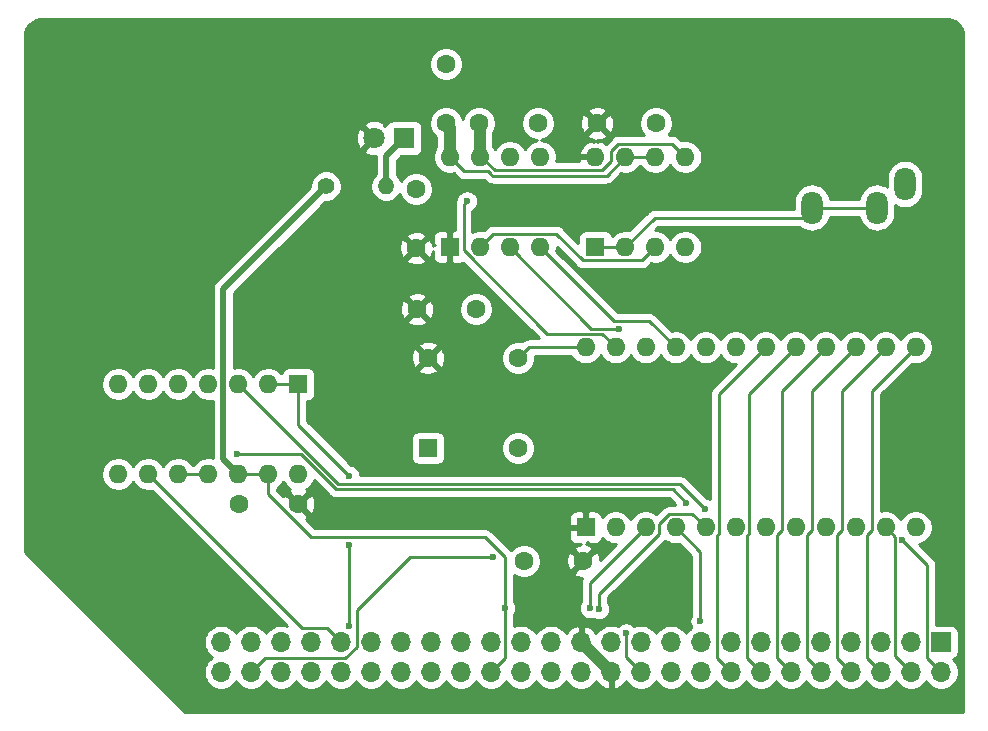
<source format=gbr>
%TF.GenerationSoftware,KiCad,Pcbnew,(5.1.10-1-10_14)*%
%TF.CreationDate,2021-08-31T23:45:51+02:00*%
%TF.ProjectId,opl2_board,6f706c32-5f62-46f6-9172-642e6b696361,rev?*%
%TF.SameCoordinates,Original*%
%TF.FileFunction,Copper,L1,Top*%
%TF.FilePolarity,Positive*%
%FSLAX46Y46*%
G04 Gerber Fmt 4.6, Leading zero omitted, Abs format (unit mm)*
G04 Created by KiCad (PCBNEW (5.1.10-1-10_14)) date 2021-08-31 23:45:51*
%MOMM*%
%LPD*%
G01*
G04 APERTURE LIST*
%TA.AperFunction,ComponentPad*%
%ADD10O,1.400000X1.400000*%
%TD*%
%TA.AperFunction,ComponentPad*%
%ADD11C,1.400000*%
%TD*%
%TA.AperFunction,ComponentPad*%
%ADD12C,1.800000*%
%TD*%
%TA.AperFunction,ComponentPad*%
%ADD13R,1.800000X1.800000*%
%TD*%
%TA.AperFunction,ComponentPad*%
%ADD14C,1.600000*%
%TD*%
%TA.AperFunction,ComponentPad*%
%ADD15R,1.600000X1.600000*%
%TD*%
%TA.AperFunction,ComponentPad*%
%ADD16O,1.600000X1.600000*%
%TD*%
%TA.AperFunction,ComponentPad*%
%ADD17O,1.800000X2.800000*%
%TD*%
%TA.AperFunction,ComponentPad*%
%ADD18O,1.700000X1.700000*%
%TD*%
%TA.AperFunction,ComponentPad*%
%ADD19R,1.700000X1.700000*%
%TD*%
%TA.AperFunction,ViaPad*%
%ADD20C,0.600000*%
%TD*%
%TA.AperFunction,Conductor*%
%ADD21C,1.000000*%
%TD*%
%TA.AperFunction,Conductor*%
%ADD22C,0.250000*%
%TD*%
%TA.AperFunction,Conductor*%
%ADD23C,0.500000*%
%TD*%
%TA.AperFunction,Conductor*%
%ADD24C,0.254000*%
%TD*%
%TA.AperFunction,Conductor*%
%ADD25C,0.100000*%
%TD*%
G04 APERTURE END LIST*
D10*
%TO.P,R2,2*%
%TO.N,Net-(D2-Pad1)*%
X31242000Y45212000D03*
D11*
%TO.P,R2,1*%
%TO.N,~SLOT_SEL~*%
X26162000Y45212000D03*
%TD*%
D12*
%TO.P,D2,2*%
%TO.N,+5V*%
X30226000Y49276000D03*
D13*
%TO.P,D2,1*%
%TO.N,Net-(D2-Pad1)*%
X32766000Y49276000D03*
%TD*%
D14*
%TO.P,C7,2*%
%TO.N,+5V*%
X47926000Y13462000D03*
%TO.P,C7,1*%
%TO.N,GND*%
X42926000Y13462000D03*
%TD*%
%TO.P,C6,2*%
%TO.N,+5V*%
X49102000Y50546000D03*
%TO.P,C6,1*%
%TO.N,GND*%
X54102000Y50546000D03*
%TD*%
%TO.P,C5,2*%
%TO.N,GND*%
X36322000Y55546000D03*
%TO.P,C5,1*%
%TO.N,Net-(C5-Pad1)*%
X36322000Y50546000D03*
%TD*%
%TO.P,C4,2*%
%TO.N,GND*%
X44116000Y50546000D03*
%TO.P,C4,1*%
%TO.N,Net-(C4-Pad1)*%
X39116000Y50546000D03*
%TD*%
%TO.P,C3,2*%
%TO.N,+5V*%
X23796000Y18288000D03*
%TO.P,C3,1*%
%TO.N,GND*%
X18796000Y18288000D03*
%TD*%
%TO.P,C2,2*%
%TO.N,+5V*%
X33862000Y34798000D03*
%TO.P,C2,1*%
%TO.N,GND*%
X38862000Y34798000D03*
%TD*%
%TO.P,C1,2*%
%TO.N,+5V*%
X33782000Y39958000D03*
%TO.P,C1,1*%
%TO.N,GND*%
X33782000Y44958000D03*
%TD*%
%TO.P,X1,4*%
%TO.N,GND*%
X42418000Y23050500D03*
%TO.P,X1,5*%
%TO.N,Net-(U2-Pad24)*%
X42418000Y30670500D03*
%TO.P,X1,8*%
%TO.N,+5V*%
X34798000Y30670500D03*
D15*
%TO.P,X1,1*%
%TO.N,Net-(X1-Pad1)*%
X34798000Y23050500D03*
%TD*%
D16*
%TO.P,U4,8*%
%TO.N,+5V*%
X48958500Y47688500D03*
%TO.P,U4,4*%
%TO.N,GND*%
X56578500Y40068500D03*
%TO.P,U4,7*%
%TO.N,Net-(C5-Pad1)*%
X51498500Y47688500D03*
%TO.P,U4,3*%
%TO.N,Net-(U3-Pad2)*%
X54038500Y40068500D03*
%TO.P,U4,6*%
%TO.N,Net-(C5-Pad1)*%
X54038500Y47688500D03*
%TO.P,U4,2*%
%TO.N,Net-(J2-PadR)*%
X51498500Y40068500D03*
%TO.P,U4,5*%
%TO.N,Net-(C4-Pad1)*%
X56578500Y47688500D03*
D15*
%TO.P,U4,1*%
%TO.N,Net-(J2-PadR)*%
X48958500Y40068500D03*
%TD*%
D16*
%TO.P,U3,8*%
%TO.N,Net-(C5-Pad1)*%
X36639500Y47688500D03*
%TO.P,U3,4*%
%TO.N,Net-(U2-Pad21)*%
X44259500Y40068500D03*
%TO.P,U3,7*%
%TO.N,Net-(C4-Pad1)*%
X39179500Y47688500D03*
%TO.P,U3,3*%
%TO.N,Net-(U2-Pad20)*%
X41719500Y40068500D03*
%TO.P,U3,6*%
%TO.N,GND*%
X41719500Y47688500D03*
%TO.P,U3,2*%
%TO.N,Net-(U3-Pad2)*%
X39179500Y40068500D03*
%TO.P,U3,5*%
%TO.N,Net-(U2-Pad23)*%
X44259500Y47688500D03*
D15*
%TO.P,U3,1*%
%TO.N,+5V*%
X36639500Y40068500D03*
%TD*%
D16*
%TO.P,U2,24*%
%TO.N,Net-(U2-Pad24)*%
X48133000Y31559500D03*
%TO.P,U2,12*%
%TO.N,GND*%
X76073000Y16319500D03*
%TO.P,U2,23*%
%TO.N,Net-(U2-Pad23)*%
X50673000Y31559500D03*
%TO.P,U2,11*%
%TO.N,D1*%
X73533000Y16319500D03*
%TO.P,U2,22*%
%TO.N,N/C*%
X53213000Y31559500D03*
%TO.P,U2,10*%
%TO.N,D0*%
X70993000Y16319500D03*
%TO.P,U2,21*%
%TO.N,Net-(U2-Pad21)*%
X55753000Y31559500D03*
%TO.P,U2,9*%
%TO.N,N/C*%
X68453000Y16319500D03*
%TO.P,U2,20*%
%TO.N,Net-(U2-Pad20)*%
X58293000Y31559500D03*
%TO.P,U2,8*%
%TO.N,N/C*%
X65913000Y16319500D03*
%TO.P,U2,19*%
X60833000Y31559500D03*
%TO.P,U2,7*%
%TO.N,Net-(U1-Pad8)*%
X63373000Y16319500D03*
%TO.P,U2,18*%
%TO.N,D7*%
X63373000Y31559500D03*
%TO.P,U2,6*%
%TO.N,Net-(U1-Pad3)*%
X60833000Y16319500D03*
%TO.P,U2,17*%
%TO.N,D6*%
X65913000Y31559500D03*
%TO.P,U2,5*%
%TO.N,R~W~*%
X58293000Y16319500D03*
%TO.P,U2,16*%
%TO.N,D5*%
X68453000Y31559500D03*
%TO.P,U2,4*%
%TO.N,A0*%
X55753000Y16319500D03*
%TO.P,U2,15*%
%TO.N,D4*%
X70993000Y31559500D03*
%TO.P,U2,3*%
%TO.N,~RESET~*%
X53213000Y16319500D03*
%TO.P,U2,14*%
%TO.N,D3*%
X73533000Y31559500D03*
%TO.P,U2,2*%
%TO.N,~SLOT_IRQ~*%
X50673000Y16319500D03*
%TO.P,U2,13*%
%TO.N,D2*%
X76073000Y31559500D03*
D15*
%TO.P,U2,1*%
%TO.N,+5V*%
X48133000Y16319500D03*
%TD*%
D16*
%TO.P,U1,14*%
%TO.N,+5V*%
X23812500Y20828000D03*
%TO.P,U1,7*%
%TO.N,GND*%
X8572500Y28448000D03*
%TO.P,U1,13*%
%TO.N,~SLOT_SEL~*%
X21272500Y20828000D03*
%TO.P,U1,6*%
%TO.N,Net-(U1-Pad6)*%
X11112500Y28448000D03*
%TO.P,U1,12*%
%TO.N,~SLOT_SEL~*%
X18732500Y20828000D03*
%TO.P,U1,5*%
%TO.N,GND*%
X13652500Y28448000D03*
%TO.P,U1,11*%
%TO.N,Net-(U1-Pad10)*%
X16192500Y20828000D03*
%TO.P,U1,4*%
%TO.N,GND*%
X16192500Y28448000D03*
%TO.P,U1,10*%
%TO.N,Net-(U1-Pad10)*%
X13652500Y20828000D03*
%TO.P,U1,3*%
%TO.N,Net-(U1-Pad3)*%
X18732500Y28448000D03*
%TO.P,U1,9*%
%TO.N,CLK*%
X11112500Y20828000D03*
%TO.P,U1,2*%
%TO.N,R~W~*%
X21272500Y28448000D03*
%TO.P,U1,8*%
%TO.N,Net-(U1-Pad8)*%
X8572500Y20828000D03*
D15*
%TO.P,U1,1*%
%TO.N,R~W~*%
X23812500Y28448000D03*
%TD*%
D17*
%TO.P,J2,R*%
%TO.N,Net-(J2-PadR)*%
X67284000Y43402500D03*
%TO.P,J2,T*%
X72784000Y43402500D03*
%TO.P,J2,S*%
%TO.N,GND*%
X75184000Y45402500D03*
%TD*%
D18*
%TO.P,J1,50*%
%TO.N,~NMI~*%
X17272000Y4064000D03*
%TO.P,J1,49*%
%TO.N,~RESET~*%
X17272000Y6604000D03*
%TO.P,J1,48*%
%TO.N,~SLOT_IRQ~*%
X19812000Y4064000D03*
%TO.P,J1,47*%
%TO.N,SYNC*%
X19812000Y6604000D03*
%TO.P,J1,46*%
%TO.N,EX3*%
X22352000Y4064000D03*
%TO.P,J1,45*%
%TO.N,~IRQ~*%
X22352000Y6604000D03*
%TO.P,J1,44*%
%TO.N,EX2*%
X24892000Y4064000D03*
%TO.P,J1,43*%
%TO.N,R~W~*%
X24892000Y6604000D03*
%TO.P,J1,42*%
%TO.N,CLK_12M*%
X27432000Y4064000D03*
%TO.P,J1,41*%
%TO.N,CLK*%
X27432000Y6604000D03*
%TO.P,J1,40*%
%TO.N,LED4*%
X29972000Y4064000D03*
%TO.P,J1,39*%
%TO.N,BE*%
X29972000Y6604000D03*
%TO.P,J1,38*%
%TO.N,LED3*%
X32512000Y4064000D03*
%TO.P,J1,37*%
%TO.N,RDY*%
X32512000Y6604000D03*
%TO.P,J1,36*%
%TO.N,LED2*%
X35052000Y4064000D03*
%TO.P,J1,35*%
%TO.N,A15*%
X35052000Y6604000D03*
%TO.P,J1,34*%
%TO.N,LED1*%
X37592000Y4064000D03*
%TO.P,J1,33*%
%TO.N,A14*%
X37592000Y6604000D03*
%TO.P,J1,32*%
%TO.N,~SLOT_SEL~*%
X40132000Y4064000D03*
%TO.P,J1,31*%
%TO.N,A13*%
X40132000Y6604000D03*
%TO.P,J1,30*%
%TO.N,~INH~*%
X42672000Y4064000D03*
%TO.P,J1,29*%
%TO.N,A12*%
X42672000Y6604000D03*
%TO.P,J1,28*%
%TO.N,~SSEL~*%
X45212000Y4064000D03*
%TO.P,J1,27*%
%TO.N,A11*%
X45212000Y6604000D03*
%TO.P,J1,26*%
%TO.N,GND*%
X47752000Y4064000D03*
%TO.P,J1,25*%
%TO.N,+5V*%
X47752000Y6604000D03*
%TO.P,J1,24*%
X50292000Y4064000D03*
%TO.P,J1,23*%
%TO.N,GND*%
X50292000Y6604000D03*
%TO.P,J1,22*%
%TO.N,~SLOT_SEL~*%
X52832000Y4064000D03*
%TO.P,J1,21*%
%TO.N,A10*%
X52832000Y6604000D03*
%TO.P,J1,20*%
%TO.N,EX1*%
X55372000Y4064000D03*
%TO.P,J1,19*%
%TO.N,A9*%
X55372000Y6604000D03*
%TO.P,J1,18*%
%TO.N,EX0*%
X57912000Y4064000D03*
%TO.P,J1,17*%
%TO.N,A8*%
X57912000Y6604000D03*
%TO.P,J1,16*%
%TO.N,D7*%
X60452000Y4064000D03*
%TO.P,J1,15*%
%TO.N,A7*%
X60452000Y6604000D03*
%TO.P,J1,14*%
%TO.N,D6*%
X62992000Y4064000D03*
%TO.P,J1,13*%
%TO.N,A6*%
X62992000Y6604000D03*
%TO.P,J1,12*%
%TO.N,D5*%
X65532000Y4064000D03*
%TO.P,J1,11*%
%TO.N,A5*%
X65532000Y6604000D03*
%TO.P,J1,10*%
%TO.N,D4*%
X68072000Y4064000D03*
%TO.P,J1,9*%
%TO.N,A4*%
X68072000Y6604000D03*
%TO.P,J1,8*%
%TO.N,D3*%
X70612000Y4064000D03*
%TO.P,J1,7*%
%TO.N,A3*%
X70612000Y6604000D03*
%TO.P,J1,6*%
%TO.N,D2*%
X73152000Y4064000D03*
%TO.P,J1,5*%
%TO.N,A2*%
X73152000Y6604000D03*
%TO.P,J1,4*%
%TO.N,D1*%
X75692000Y4064000D03*
%TO.P,J1,3*%
%TO.N,A1*%
X75692000Y6604000D03*
%TO.P,J1,2*%
%TO.N,D0*%
X78232000Y4064000D03*
D19*
%TO.P,J1,1*%
%TO.N,A0*%
X78232000Y6604000D03*
%TD*%
D20*
%TO.N,D0*%
X74952011Y15239994D03*
%TO.N,A0*%
X57848500Y8382000D03*
%TO.N,~RESET~*%
X48482253Y9497922D03*
%TO.N,~SLOT_IRQ~*%
X40259000Y13843000D03*
%TO.N,R~W~*%
X28130500Y20701000D03*
X28067000Y7947935D03*
X28130500Y14868990D03*
X49276000Y9398000D03*
%TO.N,~SLOT_SEL~*%
X41307001Y9493501D03*
X51562000Y7366000D03*
%TO.N,Net-(U1-Pad3)*%
X58229500Y17907000D03*
%TO.N,Net-(U1-Pad8)*%
X18605500Y22542500D03*
X56642000Y18424990D03*
%TO.N,Net-(U2-Pad23)*%
X38100000Y43942000D03*
%TO.N,Net-(U2-Pad20)*%
X50927000Y33156990D03*
%TD*%
D21*
%TO.N,+5V*%
X50292000Y4064000D02*
X47752000Y6604000D01*
D22*
%TO.N,D7*%
X59418001Y27604501D02*
X63373000Y31559500D01*
X59418001Y15779499D02*
X59418001Y27604501D01*
X59276999Y15638497D02*
X59418001Y15779499D01*
X59276999Y5239001D02*
X59276999Y15638497D01*
X60452000Y4064000D02*
X59276999Y5239001D01*
%TO.N,D6*%
X61958001Y27604501D02*
X65913000Y31559500D01*
X61958001Y15779499D02*
X61958001Y27604501D01*
X61816999Y15638497D02*
X61958001Y15779499D01*
X61816999Y5239001D02*
X61816999Y15638497D01*
X62992000Y4064000D02*
X61816999Y5239001D01*
%TO.N,D5*%
X64787999Y16069497D02*
X64787999Y27894499D01*
X64356999Y15638497D02*
X64787999Y16069497D01*
X64787999Y27894499D02*
X68453000Y31559500D01*
X64356999Y5239001D02*
X64356999Y15638497D01*
X65532000Y4064000D02*
X64356999Y5239001D01*
%TO.N,D4*%
X67327999Y27894499D02*
X70993000Y31559500D01*
X67327999Y16069497D02*
X67327999Y27894499D01*
X66896999Y5239001D02*
X66896999Y15638497D01*
X66896999Y15638497D02*
X67327999Y16069497D01*
X68072000Y4064000D02*
X66896999Y5239001D01*
%TO.N,D3*%
X69867999Y16069497D02*
X69867999Y27894499D01*
X69436999Y5239001D02*
X69436999Y15638497D01*
X69867999Y27894499D02*
X73533000Y31559500D01*
X69436999Y15638497D02*
X69867999Y16069497D01*
X70612000Y4064000D02*
X69436999Y5239001D01*
%TO.N,D2*%
X72407999Y16069497D02*
X72407999Y27894499D01*
X71976999Y15638497D02*
X72407999Y16069497D01*
X72407999Y27894499D02*
X76073000Y31559500D01*
X71976999Y5239001D02*
X71976999Y15638497D01*
X73152000Y4064000D02*
X71976999Y5239001D01*
%TO.N,D1*%
X74327001Y15525499D02*
X73533000Y16319500D01*
X74327001Y5428999D02*
X74327001Y15525499D01*
X75692000Y4064000D02*
X74327001Y5428999D01*
%TO.N,D0*%
X77056999Y13135006D02*
X74952011Y15239994D01*
X78232000Y4064000D02*
X77056999Y5239001D01*
X77056999Y5239001D02*
X77056999Y13135006D01*
%TO.N,A0*%
X57848500Y14224000D02*
X55753000Y16319500D01*
X57848500Y8382000D02*
X57848500Y14224000D01*
%TO.N,CLK*%
X26256999Y7779001D02*
X24161499Y7779001D01*
X24161499Y7779001D02*
X11112500Y20828000D01*
X27432000Y6604000D02*
X26256999Y7779001D01*
%TO.N,~RESET~*%
X48482253Y11588753D02*
X48482253Y9497922D01*
X53213000Y16319500D02*
X48482253Y11588753D01*
%TO.N,~SLOT_IRQ~*%
X28796999Y6229997D02*
X28796999Y9365999D01*
X20987001Y5239001D02*
X27806003Y5239001D01*
X19812000Y4064000D02*
X20987001Y5239001D01*
X27806003Y5239001D02*
X28796999Y6229997D01*
X28796999Y9365999D02*
X33274000Y13843000D01*
X33274000Y13843000D02*
X40259000Y13843000D01*
X40259000Y13843000D02*
X40259000Y13843000D01*
%TO.N,R~W~*%
X23812500Y28448000D02*
X21272500Y28448000D01*
X23812500Y28448000D02*
X23812500Y25019000D01*
X23812500Y25019000D02*
X28130500Y20701000D01*
X28130500Y20701000D02*
X28130500Y20701000D01*
X28067000Y14805490D02*
X28130500Y14868990D01*
X28067000Y7947935D02*
X28067000Y14805490D01*
X54338001Y16569503D02*
X54338001Y15773265D01*
X55212999Y17444501D02*
X54338001Y16569503D01*
X49276000Y10711264D02*
X49276000Y9398000D01*
X57167999Y17444501D02*
X55212999Y17444501D01*
X54338001Y15773265D02*
X49276000Y10711264D01*
X58293000Y16319500D02*
X57167999Y17444501D01*
%TO.N,~SLOT_SEL~*%
X21272500Y20828000D02*
X18732500Y20828000D01*
X41307001Y5239001D02*
X41307001Y9493501D01*
X40132000Y4064000D02*
X41307001Y5239001D01*
X21272500Y19113500D02*
X21272500Y20828000D01*
X41307001Y13799369D02*
X39612370Y15494000D01*
X39612370Y15494000D02*
X24892000Y15494000D01*
X41307001Y9493501D02*
X41307001Y13799369D01*
X24892000Y15494000D02*
X21272500Y19113500D01*
X51562000Y5334000D02*
X51562000Y7366000D01*
X52832000Y4064000D02*
X51562000Y5334000D01*
D23*
X17442501Y36492501D02*
X26162000Y45212000D01*
X17442501Y22117999D02*
X17442501Y36492501D01*
X18732500Y20828000D02*
X17442501Y22117999D01*
D21*
%TO.N,Net-(C4-Pad1)*%
X39179500Y50201500D02*
X38835000Y50546000D01*
X39179500Y47688500D02*
X39179500Y50201500D01*
D22*
X40432911Y46563499D02*
X39307910Y47688500D01*
X49498501Y46563499D02*
X40432911Y46563499D01*
X50292000Y47356998D02*
X49498501Y46563499D01*
X50902000Y48813501D02*
X50292000Y48203501D01*
X39307910Y47688500D02*
X39179500Y47688500D01*
X56578500Y47688500D02*
X55453499Y48813501D01*
X50292000Y48203501D02*
X50292000Y47356998D01*
X55453499Y48813501D02*
X50902000Y48813501D01*
D21*
%TO.N,Net-(C5-Pad1)*%
X36639500Y50138000D02*
X36322000Y50455500D01*
X36639500Y47688500D02*
X36639500Y50138000D01*
D22*
X54038500Y47688500D02*
X51498500Y47688500D01*
X39878000Y46482000D02*
X37846000Y46482000D01*
X37846000Y46482000D02*
X36639500Y47688500D01*
X49923488Y46113488D02*
X40246512Y46113488D01*
X40246512Y46113488D02*
X40132000Y46228000D01*
X51498500Y47688500D02*
X49923488Y46113488D01*
X40132000Y46228000D02*
X39878000Y46482000D01*
D23*
%TO.N,Net-(D2-Pad1)*%
X31242000Y47752000D02*
X32766000Y49276000D01*
X31242000Y45212000D02*
X31242000Y47752000D01*
D22*
%TO.N,Net-(J2-PadR)*%
X48958500Y40068500D02*
X51498500Y40068500D01*
X51498500Y40068500D02*
X53975000Y42545000D01*
X66426500Y42545000D02*
X67284000Y43402500D01*
X53975000Y42545000D02*
X66426500Y42545000D01*
X67284000Y43402500D02*
X72784000Y43402500D01*
%TO.N,Net-(U1-Pad10)*%
X13652500Y20828000D02*
X16192500Y20828000D01*
%TO.N,Net-(U1-Pad3)*%
X56128489Y20008011D02*
X58229500Y17907000D01*
X18732500Y28448000D02*
X27172489Y20008011D01*
X27172489Y20008011D02*
X56128489Y20008011D01*
%TO.N,Net-(U1-Pad8)*%
X55508990Y19558000D02*
X56642000Y18424990D01*
X18605500Y22542500D02*
X24001590Y22542500D01*
X26986090Y19558000D02*
X55508990Y19558000D01*
X24001590Y22542500D02*
X26986090Y19558000D01*
%TO.N,Net-(U2-Pad24)*%
X43307000Y31559500D02*
X42418000Y30670500D01*
X48133000Y31559500D02*
X43307000Y31559500D01*
%TO.N,Net-(U2-Pad23)*%
X49547999Y32684501D02*
X50673000Y31559500D01*
X37800001Y39782997D02*
X44898497Y32684501D01*
X37800001Y43642001D02*
X37800001Y39782997D01*
X44898497Y32684501D02*
X49547999Y32684501D01*
X38100000Y43942000D02*
X37800001Y43642001D01*
%TO.N,Net-(U2-Pad21)*%
X53530500Y33782000D02*
X55753000Y31559500D01*
X51054000Y33782000D02*
X53530500Y33782000D01*
X50546000Y33782000D02*
X51054000Y33782000D01*
X44259500Y40068500D02*
X50546000Y33782000D01*
%TO.N,Net-(U2-Pad20)*%
X48631010Y33156990D02*
X50927000Y33156990D01*
X41719500Y40068500D02*
X48631010Y33156990D01*
%TO.N,Net-(U3-Pad2)*%
X54038500Y40068500D02*
X52913499Y38943499D01*
X40304501Y41193501D02*
X39179500Y40068500D01*
X45648497Y41193501D02*
X45420499Y41193501D01*
X47898499Y38943499D02*
X45648497Y41193501D01*
X52913499Y38943499D02*
X47898499Y38943499D01*
X45420499Y41193501D02*
X40304501Y41193501D01*
%TD*%
D24*
%TO.N,+5V*%
X2125353Y59386000D02*
X78646647Y59386000D01*
X78740956Y59395289D01*
X78903542Y59379347D01*
X79183018Y59294969D01*
X79440780Y59157915D01*
X79667015Y58973401D01*
X79853103Y58748460D01*
X79991956Y58491658D01*
X80078282Y58212781D01*
X80096365Y58040731D01*
X80087000Y57945646D01*
X80087001Y685000D01*
X14218381Y685000D01*
X685000Y14218380D01*
X685000Y28589335D01*
X7137500Y28589335D01*
X7137500Y28306665D01*
X7192647Y28029426D01*
X7300820Y27768273D01*
X7457863Y27533241D01*
X7657741Y27333363D01*
X7892773Y27176320D01*
X8153926Y27068147D01*
X8431165Y27013000D01*
X8713835Y27013000D01*
X8991074Y27068147D01*
X9252227Y27176320D01*
X9487259Y27333363D01*
X9687137Y27533241D01*
X9842500Y27765759D01*
X9997863Y27533241D01*
X10197741Y27333363D01*
X10432773Y27176320D01*
X10693926Y27068147D01*
X10971165Y27013000D01*
X11253835Y27013000D01*
X11531074Y27068147D01*
X11792227Y27176320D01*
X12027259Y27333363D01*
X12227137Y27533241D01*
X12382500Y27765759D01*
X12537863Y27533241D01*
X12737741Y27333363D01*
X12972773Y27176320D01*
X13233926Y27068147D01*
X13511165Y27013000D01*
X13793835Y27013000D01*
X14071074Y27068147D01*
X14332227Y27176320D01*
X14567259Y27333363D01*
X14767137Y27533241D01*
X14922500Y27765759D01*
X15077863Y27533241D01*
X15277741Y27333363D01*
X15512773Y27176320D01*
X15773926Y27068147D01*
X16051165Y27013000D01*
X16333835Y27013000D01*
X16557501Y27057491D01*
X16557501Y22218509D01*
X16333835Y22263000D01*
X16051165Y22263000D01*
X15773926Y22207853D01*
X15512773Y22099680D01*
X15277741Y21942637D01*
X15077863Y21742759D01*
X14974457Y21588000D01*
X14870543Y21588000D01*
X14767137Y21742759D01*
X14567259Y21942637D01*
X14332227Y22099680D01*
X14071074Y22207853D01*
X13793835Y22263000D01*
X13511165Y22263000D01*
X13233926Y22207853D01*
X12972773Y22099680D01*
X12737741Y21942637D01*
X12537863Y21742759D01*
X12382500Y21510241D01*
X12227137Y21742759D01*
X12027259Y21942637D01*
X11792227Y22099680D01*
X11531074Y22207853D01*
X11253835Y22263000D01*
X10971165Y22263000D01*
X10693926Y22207853D01*
X10432773Y22099680D01*
X10197741Y21942637D01*
X9997863Y21742759D01*
X9842500Y21510241D01*
X9687137Y21742759D01*
X9487259Y21942637D01*
X9252227Y22099680D01*
X8991074Y22207853D01*
X8713835Y22263000D01*
X8431165Y22263000D01*
X8153926Y22207853D01*
X7892773Y22099680D01*
X7657741Y21942637D01*
X7457863Y21742759D01*
X7300820Y21507727D01*
X7192647Y21246574D01*
X7137500Y20969335D01*
X7137500Y20686665D01*
X7192647Y20409426D01*
X7300820Y20148273D01*
X7457863Y19913241D01*
X7657741Y19713363D01*
X7892773Y19556320D01*
X8153926Y19448147D01*
X8431165Y19393000D01*
X8713835Y19393000D01*
X8991074Y19448147D01*
X9252227Y19556320D01*
X9487259Y19713363D01*
X9687137Y19913241D01*
X9842500Y20145759D01*
X9997863Y19913241D01*
X10197741Y19713363D01*
X10432773Y19556320D01*
X10693926Y19448147D01*
X10971165Y19393000D01*
X11253835Y19393000D01*
X11436387Y19429312D01*
X22868137Y7997561D01*
X22785158Y8031932D01*
X22498260Y8089000D01*
X22205740Y8089000D01*
X21918842Y8031932D01*
X21648589Y7919990D01*
X21405368Y7757475D01*
X21198525Y7550632D01*
X21082000Y7376240D01*
X20965475Y7550632D01*
X20758632Y7757475D01*
X20515411Y7919990D01*
X20245158Y8031932D01*
X19958260Y8089000D01*
X19665740Y8089000D01*
X19378842Y8031932D01*
X19108589Y7919990D01*
X18865368Y7757475D01*
X18658525Y7550632D01*
X18542000Y7376240D01*
X18425475Y7550632D01*
X18218632Y7757475D01*
X17975411Y7919990D01*
X17705158Y8031932D01*
X17418260Y8089000D01*
X17125740Y8089000D01*
X16838842Y8031932D01*
X16568589Y7919990D01*
X16325368Y7757475D01*
X16118525Y7550632D01*
X15956010Y7307411D01*
X15844068Y7037158D01*
X15787000Y6750260D01*
X15787000Y6457740D01*
X15844068Y6170842D01*
X15956010Y5900589D01*
X16118525Y5657368D01*
X16325368Y5450525D01*
X16499760Y5334000D01*
X16325368Y5217475D01*
X16118525Y5010632D01*
X15956010Y4767411D01*
X15844068Y4497158D01*
X15787000Y4210260D01*
X15787000Y3917740D01*
X15844068Y3630842D01*
X15956010Y3360589D01*
X16118525Y3117368D01*
X16325368Y2910525D01*
X16568589Y2748010D01*
X16838842Y2636068D01*
X17125740Y2579000D01*
X17418260Y2579000D01*
X17705158Y2636068D01*
X17975411Y2748010D01*
X18218632Y2910525D01*
X18425475Y3117368D01*
X18542000Y3291760D01*
X18658525Y3117368D01*
X18865368Y2910525D01*
X19108589Y2748010D01*
X19378842Y2636068D01*
X19665740Y2579000D01*
X19958260Y2579000D01*
X20245158Y2636068D01*
X20515411Y2748010D01*
X20758632Y2910525D01*
X20965475Y3117368D01*
X21082000Y3291760D01*
X21198525Y3117368D01*
X21405368Y2910525D01*
X21648589Y2748010D01*
X21918842Y2636068D01*
X22205740Y2579000D01*
X22498260Y2579000D01*
X22785158Y2636068D01*
X23055411Y2748010D01*
X23298632Y2910525D01*
X23505475Y3117368D01*
X23622000Y3291760D01*
X23738525Y3117368D01*
X23945368Y2910525D01*
X24188589Y2748010D01*
X24458842Y2636068D01*
X24745740Y2579000D01*
X25038260Y2579000D01*
X25325158Y2636068D01*
X25595411Y2748010D01*
X25838632Y2910525D01*
X26045475Y3117368D01*
X26162000Y3291760D01*
X26278525Y3117368D01*
X26485368Y2910525D01*
X26728589Y2748010D01*
X26998842Y2636068D01*
X27285740Y2579000D01*
X27578260Y2579000D01*
X27865158Y2636068D01*
X28135411Y2748010D01*
X28378632Y2910525D01*
X28585475Y3117368D01*
X28702000Y3291760D01*
X28818525Y3117368D01*
X29025368Y2910525D01*
X29268589Y2748010D01*
X29538842Y2636068D01*
X29825740Y2579000D01*
X30118260Y2579000D01*
X30405158Y2636068D01*
X30675411Y2748010D01*
X30918632Y2910525D01*
X31125475Y3117368D01*
X31242000Y3291760D01*
X31358525Y3117368D01*
X31565368Y2910525D01*
X31808589Y2748010D01*
X32078842Y2636068D01*
X32365740Y2579000D01*
X32658260Y2579000D01*
X32945158Y2636068D01*
X33215411Y2748010D01*
X33458632Y2910525D01*
X33665475Y3117368D01*
X33782000Y3291760D01*
X33898525Y3117368D01*
X34105368Y2910525D01*
X34348589Y2748010D01*
X34618842Y2636068D01*
X34905740Y2579000D01*
X35198260Y2579000D01*
X35485158Y2636068D01*
X35755411Y2748010D01*
X35998632Y2910525D01*
X36205475Y3117368D01*
X36322000Y3291760D01*
X36438525Y3117368D01*
X36645368Y2910525D01*
X36888589Y2748010D01*
X37158842Y2636068D01*
X37445740Y2579000D01*
X37738260Y2579000D01*
X38025158Y2636068D01*
X38295411Y2748010D01*
X38538632Y2910525D01*
X38745475Y3117368D01*
X38862000Y3291760D01*
X38978525Y3117368D01*
X39185368Y2910525D01*
X39428589Y2748010D01*
X39698842Y2636068D01*
X39985740Y2579000D01*
X40278260Y2579000D01*
X40565158Y2636068D01*
X40835411Y2748010D01*
X41078632Y2910525D01*
X41285475Y3117368D01*
X41402000Y3291760D01*
X41518525Y3117368D01*
X41725368Y2910525D01*
X41968589Y2748010D01*
X42238842Y2636068D01*
X42525740Y2579000D01*
X42818260Y2579000D01*
X43105158Y2636068D01*
X43375411Y2748010D01*
X43618632Y2910525D01*
X43825475Y3117368D01*
X43942000Y3291760D01*
X44058525Y3117368D01*
X44265368Y2910525D01*
X44508589Y2748010D01*
X44778842Y2636068D01*
X45065740Y2579000D01*
X45358260Y2579000D01*
X45645158Y2636068D01*
X45915411Y2748010D01*
X46158632Y2910525D01*
X46365475Y3117368D01*
X46482000Y3291760D01*
X46598525Y3117368D01*
X46805368Y2910525D01*
X47048589Y2748010D01*
X47318842Y2636068D01*
X47605740Y2579000D01*
X47898260Y2579000D01*
X48185158Y2636068D01*
X48455411Y2748010D01*
X48698632Y2910525D01*
X48905475Y3117368D01*
X49027195Y3299534D01*
X49096822Y3182645D01*
X49291731Y2966412D01*
X49525080Y2792359D01*
X49787901Y2667175D01*
X49935110Y2622524D01*
X50165000Y2743845D01*
X50165000Y3937000D01*
X50145000Y3937000D01*
X50145000Y4191000D01*
X50165000Y4191000D01*
X50165000Y4211000D01*
X50419000Y4211000D01*
X50419000Y4191000D01*
X50439000Y4191000D01*
X50439000Y3937000D01*
X50419000Y3937000D01*
X50419000Y2743845D01*
X50648890Y2622524D01*
X50796099Y2667175D01*
X51058920Y2792359D01*
X51292269Y2966412D01*
X51487178Y3182645D01*
X51556805Y3299534D01*
X51678525Y3117368D01*
X51885368Y2910525D01*
X52128589Y2748010D01*
X52398842Y2636068D01*
X52685740Y2579000D01*
X52978260Y2579000D01*
X53265158Y2636068D01*
X53535411Y2748010D01*
X53778632Y2910525D01*
X53985475Y3117368D01*
X54102000Y3291760D01*
X54218525Y3117368D01*
X54425368Y2910525D01*
X54668589Y2748010D01*
X54938842Y2636068D01*
X55225740Y2579000D01*
X55518260Y2579000D01*
X55805158Y2636068D01*
X56075411Y2748010D01*
X56318632Y2910525D01*
X56525475Y3117368D01*
X56642000Y3291760D01*
X56758525Y3117368D01*
X56965368Y2910525D01*
X57208589Y2748010D01*
X57478842Y2636068D01*
X57765740Y2579000D01*
X58058260Y2579000D01*
X58345158Y2636068D01*
X58615411Y2748010D01*
X58858632Y2910525D01*
X59065475Y3117368D01*
X59182000Y3291760D01*
X59298525Y3117368D01*
X59505368Y2910525D01*
X59748589Y2748010D01*
X60018842Y2636068D01*
X60305740Y2579000D01*
X60598260Y2579000D01*
X60885158Y2636068D01*
X61155411Y2748010D01*
X61398632Y2910525D01*
X61605475Y3117368D01*
X61722000Y3291760D01*
X61838525Y3117368D01*
X62045368Y2910525D01*
X62288589Y2748010D01*
X62558842Y2636068D01*
X62845740Y2579000D01*
X63138260Y2579000D01*
X63425158Y2636068D01*
X63695411Y2748010D01*
X63938632Y2910525D01*
X64145475Y3117368D01*
X64262000Y3291760D01*
X64378525Y3117368D01*
X64585368Y2910525D01*
X64828589Y2748010D01*
X65098842Y2636068D01*
X65385740Y2579000D01*
X65678260Y2579000D01*
X65965158Y2636068D01*
X66235411Y2748010D01*
X66478632Y2910525D01*
X66685475Y3117368D01*
X66802000Y3291760D01*
X66918525Y3117368D01*
X67125368Y2910525D01*
X67368589Y2748010D01*
X67638842Y2636068D01*
X67925740Y2579000D01*
X68218260Y2579000D01*
X68505158Y2636068D01*
X68775411Y2748010D01*
X69018632Y2910525D01*
X69225475Y3117368D01*
X69342000Y3291760D01*
X69458525Y3117368D01*
X69665368Y2910525D01*
X69908589Y2748010D01*
X70178842Y2636068D01*
X70465740Y2579000D01*
X70758260Y2579000D01*
X71045158Y2636068D01*
X71315411Y2748010D01*
X71558632Y2910525D01*
X71765475Y3117368D01*
X71882000Y3291760D01*
X71998525Y3117368D01*
X72205368Y2910525D01*
X72448589Y2748010D01*
X72718842Y2636068D01*
X73005740Y2579000D01*
X73298260Y2579000D01*
X73585158Y2636068D01*
X73855411Y2748010D01*
X74098632Y2910525D01*
X74305475Y3117368D01*
X74422000Y3291760D01*
X74538525Y3117368D01*
X74745368Y2910525D01*
X74988589Y2748010D01*
X75258842Y2636068D01*
X75545740Y2579000D01*
X75838260Y2579000D01*
X76125158Y2636068D01*
X76395411Y2748010D01*
X76638632Y2910525D01*
X76845475Y3117368D01*
X76962000Y3291760D01*
X77078525Y3117368D01*
X77285368Y2910525D01*
X77528589Y2748010D01*
X77798842Y2636068D01*
X78085740Y2579000D01*
X78378260Y2579000D01*
X78665158Y2636068D01*
X78935411Y2748010D01*
X79178632Y2910525D01*
X79385475Y3117368D01*
X79547990Y3360589D01*
X79659932Y3630842D01*
X79717000Y3917740D01*
X79717000Y4210260D01*
X79659932Y4497158D01*
X79547990Y4767411D01*
X79385475Y5010632D01*
X79253620Y5142487D01*
X79326180Y5164498D01*
X79436494Y5223463D01*
X79533185Y5302815D01*
X79612537Y5399506D01*
X79671502Y5509820D01*
X79707812Y5629518D01*
X79720072Y5754000D01*
X79720072Y7454000D01*
X79707812Y7578482D01*
X79671502Y7698180D01*
X79612537Y7808494D01*
X79533185Y7905185D01*
X79436494Y7984537D01*
X79326180Y8043502D01*
X79206482Y8079812D01*
X79082000Y8092072D01*
X77816999Y8092072D01*
X77816999Y13097673D01*
X77820676Y13135006D01*
X77806002Y13283992D01*
X77762545Y13427253D01*
X77691973Y13559282D01*
X77620798Y13646009D01*
X77597000Y13675007D01*
X77568002Y13698805D01*
X76354438Y14912369D01*
X76491574Y14939647D01*
X76752727Y15047820D01*
X76987759Y15204863D01*
X77187637Y15404741D01*
X77344680Y15639773D01*
X77452853Y15900926D01*
X77508000Y16178165D01*
X77508000Y16460835D01*
X77452853Y16738074D01*
X77344680Y16999227D01*
X77187637Y17234259D01*
X76987759Y17434137D01*
X76752727Y17591180D01*
X76491574Y17699353D01*
X76214335Y17754500D01*
X75931665Y17754500D01*
X75654426Y17699353D01*
X75393273Y17591180D01*
X75158241Y17434137D01*
X74958363Y17234259D01*
X74803000Y17001741D01*
X74647637Y17234259D01*
X74447759Y17434137D01*
X74212727Y17591180D01*
X73951574Y17699353D01*
X73674335Y17754500D01*
X73391665Y17754500D01*
X73167999Y17710009D01*
X73167999Y27579698D01*
X75749114Y30160812D01*
X75931665Y30124500D01*
X76214335Y30124500D01*
X76491574Y30179647D01*
X76752727Y30287820D01*
X76987759Y30444863D01*
X77187637Y30644741D01*
X77344680Y30879773D01*
X77452853Y31140926D01*
X77508000Y31418165D01*
X77508000Y31700835D01*
X77452853Y31978074D01*
X77344680Y32239227D01*
X77187637Y32474259D01*
X76987759Y32674137D01*
X76752727Y32831180D01*
X76491574Y32939353D01*
X76214335Y32994500D01*
X75931665Y32994500D01*
X75654426Y32939353D01*
X75393273Y32831180D01*
X75158241Y32674137D01*
X74958363Y32474259D01*
X74803000Y32241741D01*
X74647637Y32474259D01*
X74447759Y32674137D01*
X74212727Y32831180D01*
X73951574Y32939353D01*
X73674335Y32994500D01*
X73391665Y32994500D01*
X73114426Y32939353D01*
X72853273Y32831180D01*
X72618241Y32674137D01*
X72418363Y32474259D01*
X72263000Y32241741D01*
X72107637Y32474259D01*
X71907759Y32674137D01*
X71672727Y32831180D01*
X71411574Y32939353D01*
X71134335Y32994500D01*
X70851665Y32994500D01*
X70574426Y32939353D01*
X70313273Y32831180D01*
X70078241Y32674137D01*
X69878363Y32474259D01*
X69723000Y32241741D01*
X69567637Y32474259D01*
X69367759Y32674137D01*
X69132727Y32831180D01*
X68871574Y32939353D01*
X68594335Y32994500D01*
X68311665Y32994500D01*
X68034426Y32939353D01*
X67773273Y32831180D01*
X67538241Y32674137D01*
X67338363Y32474259D01*
X67183000Y32241741D01*
X67027637Y32474259D01*
X66827759Y32674137D01*
X66592727Y32831180D01*
X66331574Y32939353D01*
X66054335Y32994500D01*
X65771665Y32994500D01*
X65494426Y32939353D01*
X65233273Y32831180D01*
X64998241Y32674137D01*
X64798363Y32474259D01*
X64643000Y32241741D01*
X64487637Y32474259D01*
X64287759Y32674137D01*
X64052727Y32831180D01*
X63791574Y32939353D01*
X63514335Y32994500D01*
X63231665Y32994500D01*
X62954426Y32939353D01*
X62693273Y32831180D01*
X62458241Y32674137D01*
X62258363Y32474259D01*
X62103000Y32241741D01*
X61947637Y32474259D01*
X61747759Y32674137D01*
X61512727Y32831180D01*
X61251574Y32939353D01*
X60974335Y32994500D01*
X60691665Y32994500D01*
X60414426Y32939353D01*
X60153273Y32831180D01*
X59918241Y32674137D01*
X59718363Y32474259D01*
X59563000Y32241741D01*
X59407637Y32474259D01*
X59207759Y32674137D01*
X58972727Y32831180D01*
X58711574Y32939353D01*
X58434335Y32994500D01*
X58151665Y32994500D01*
X57874426Y32939353D01*
X57613273Y32831180D01*
X57378241Y32674137D01*
X57178363Y32474259D01*
X57023000Y32241741D01*
X56867637Y32474259D01*
X56667759Y32674137D01*
X56432727Y32831180D01*
X56171574Y32939353D01*
X55894335Y32994500D01*
X55611665Y32994500D01*
X55429114Y32958188D01*
X54094304Y34292997D01*
X54070501Y34322001D01*
X53954776Y34416974D01*
X53822747Y34487546D01*
X53679486Y34531003D01*
X53567833Y34542000D01*
X53567822Y34542000D01*
X53530500Y34545676D01*
X53493178Y34542000D01*
X50860802Y34542000D01*
X45658188Y39744613D01*
X45694500Y39927165D01*
X45694500Y40072697D01*
X47334700Y38432496D01*
X47358498Y38403498D01*
X47474223Y38308525D01*
X47606252Y38237953D01*
X47749513Y38194496D01*
X47861166Y38183499D01*
X47861175Y38183499D01*
X47898498Y38179823D01*
X47935821Y38183499D01*
X52876177Y38183499D01*
X52913499Y38179823D01*
X52950821Y38183499D01*
X52950832Y38183499D01*
X53062485Y38194496D01*
X53205746Y38237953D01*
X53337775Y38308525D01*
X53453500Y38403498D01*
X53477303Y38432501D01*
X53714613Y38669812D01*
X53897165Y38633500D01*
X54179835Y38633500D01*
X54457074Y38688647D01*
X54718227Y38796820D01*
X54953259Y38953863D01*
X55153137Y39153741D01*
X55308500Y39386259D01*
X55463863Y39153741D01*
X55663741Y38953863D01*
X55898773Y38796820D01*
X56159926Y38688647D01*
X56437165Y38633500D01*
X56719835Y38633500D01*
X56997074Y38688647D01*
X57258227Y38796820D01*
X57493259Y38953863D01*
X57693137Y39153741D01*
X57850180Y39388773D01*
X57958353Y39649926D01*
X58013500Y39927165D01*
X58013500Y40209835D01*
X57958353Y40487074D01*
X57850180Y40748227D01*
X57693137Y40983259D01*
X57493259Y41183137D01*
X57258227Y41340180D01*
X56997074Y41448353D01*
X56719835Y41503500D01*
X56437165Y41503500D01*
X56159926Y41448353D01*
X55898773Y41340180D01*
X55663741Y41183137D01*
X55463863Y40983259D01*
X55308500Y40750741D01*
X55153137Y40983259D01*
X54953259Y41183137D01*
X54718227Y41340180D01*
X54457074Y41448353D01*
X54179835Y41503500D01*
X54008302Y41503500D01*
X54289802Y41785000D01*
X66226043Y41785000D01*
X66427073Y41620019D01*
X66693739Y41477483D01*
X66983087Y41389710D01*
X67284000Y41360073D01*
X67584912Y41389710D01*
X67874260Y41477483D01*
X68140926Y41620019D01*
X68374661Y41811839D01*
X68566481Y42045573D01*
X68709017Y42312239D01*
X68796790Y42601587D01*
X68800820Y42642500D01*
X71267181Y42642500D01*
X71271210Y42601588D01*
X71358983Y42312240D01*
X71501519Y42045574D01*
X71693339Y41811839D01*
X71927073Y41620019D01*
X72193739Y41477483D01*
X72483087Y41389710D01*
X72784000Y41360073D01*
X73084912Y41389710D01*
X73374260Y41477483D01*
X73640926Y41620019D01*
X73874661Y41811839D01*
X74066481Y42045573D01*
X74209017Y42312239D01*
X74296790Y42601587D01*
X74319000Y42827092D01*
X74319000Y43626644D01*
X74327073Y43620019D01*
X74593739Y43477483D01*
X74883087Y43389710D01*
X75184000Y43360073D01*
X75484912Y43389710D01*
X75774260Y43477483D01*
X76040926Y43620019D01*
X76274661Y43811839D01*
X76466481Y44045573D01*
X76609017Y44312239D01*
X76696790Y44601587D01*
X76719000Y44827092D01*
X76719000Y45977908D01*
X76696790Y46203413D01*
X76609017Y46492761D01*
X76466481Y46759427D01*
X76274661Y46993161D01*
X76040927Y47184981D01*
X75774261Y47327517D01*
X75484913Y47415290D01*
X75184000Y47444927D01*
X74883088Y47415290D01*
X74593740Y47327517D01*
X74327074Y47184981D01*
X74093340Y46993161D01*
X73901519Y46759427D01*
X73758983Y46492761D01*
X73671210Y46203413D01*
X73649000Y45977908D01*
X73649000Y45178356D01*
X73640927Y45184981D01*
X73374261Y45327517D01*
X73084913Y45415290D01*
X72784000Y45444927D01*
X72483088Y45415290D01*
X72193740Y45327517D01*
X71927074Y45184981D01*
X71693340Y44993161D01*
X71501519Y44759427D01*
X71358983Y44492761D01*
X71271210Y44203413D01*
X71267180Y44162500D01*
X68800820Y44162500D01*
X68796790Y44203413D01*
X68709017Y44492761D01*
X68566481Y44759427D01*
X68374661Y44993161D01*
X68140927Y45184981D01*
X67874261Y45327517D01*
X67584913Y45415290D01*
X67284000Y45444927D01*
X66983088Y45415290D01*
X66693740Y45327517D01*
X66427074Y45184981D01*
X66193340Y44993161D01*
X66001519Y44759427D01*
X65858983Y44492761D01*
X65771210Y44203413D01*
X65749000Y43977908D01*
X65749000Y43305000D01*
X54012323Y43305000D01*
X53975000Y43308676D01*
X53937677Y43305000D01*
X53937667Y43305000D01*
X53826014Y43294003D01*
X53692534Y43253513D01*
X53682753Y43250546D01*
X53550723Y43179974D01*
X53469620Y43113414D01*
X53434999Y43085001D01*
X53411201Y43056003D01*
X51822386Y41467188D01*
X51639835Y41503500D01*
X51357165Y41503500D01*
X51079926Y41448353D01*
X50818773Y41340180D01*
X50583741Y41183137D01*
X50385143Y40984539D01*
X50384312Y40992982D01*
X50348002Y41112680D01*
X50289037Y41222994D01*
X50209685Y41319685D01*
X50112994Y41399037D01*
X50002680Y41458002D01*
X49882982Y41494312D01*
X49758500Y41506572D01*
X48158500Y41506572D01*
X48034018Y41494312D01*
X47914320Y41458002D01*
X47804006Y41399037D01*
X47707315Y41319685D01*
X47627963Y41222994D01*
X47568998Y41112680D01*
X47532688Y40992982D01*
X47520428Y40868500D01*
X47520428Y40396372D01*
X46212301Y41704498D01*
X46188498Y41733502D01*
X46072773Y41828475D01*
X45940744Y41899047D01*
X45797483Y41942504D01*
X45685830Y41953501D01*
X45685819Y41953501D01*
X45648497Y41957177D01*
X45611175Y41953501D01*
X40341826Y41953501D01*
X40304501Y41957177D01*
X40267176Y41953501D01*
X40267168Y41953501D01*
X40155515Y41942504D01*
X40012254Y41899047D01*
X39880225Y41828475D01*
X39764500Y41733502D01*
X39740702Y41704504D01*
X39503386Y41467188D01*
X39320835Y41503500D01*
X39038165Y41503500D01*
X38760926Y41448353D01*
X38560001Y41365127D01*
X38560001Y43124848D01*
X38696028Y43215738D01*
X38826262Y43345972D01*
X38928586Y43499111D01*
X38999068Y43669271D01*
X39035000Y43849911D01*
X39035000Y44034089D01*
X38999068Y44214729D01*
X38928586Y44384889D01*
X38826262Y44538028D01*
X38696028Y44668262D01*
X38542889Y44770586D01*
X38372729Y44841068D01*
X38192089Y44877000D01*
X38007911Y44877000D01*
X37827271Y44841068D01*
X37657111Y44770586D01*
X37503972Y44668262D01*
X37373738Y44538028D01*
X37271414Y44384889D01*
X37200932Y44214729D01*
X37173442Y44076531D01*
X37165027Y44066277D01*
X37111587Y43966299D01*
X37094455Y43934247D01*
X37050998Y43790986D01*
X37040001Y43679333D01*
X37040001Y43679323D01*
X37036325Y43642001D01*
X37040001Y43604678D01*
X37040002Y41504185D01*
X36925250Y41503500D01*
X36766500Y41344750D01*
X36766500Y40195500D01*
X36786500Y40195500D01*
X36786500Y39941500D01*
X36766500Y39941500D01*
X36766500Y38792250D01*
X36925250Y38633500D01*
X37439500Y38630428D01*
X37563982Y38642688D01*
X37683680Y38678998D01*
X37778510Y38729687D01*
X44188696Y32319500D01*
X43344323Y32319500D01*
X43307000Y32323176D01*
X43269677Y32319500D01*
X43269667Y32319500D01*
X43158014Y32308503D01*
X43014753Y32265046D01*
X42882724Y32194474D01*
X42766999Y32099501D01*
X42743201Y32070503D01*
X42741886Y32069188D01*
X42559335Y32105500D01*
X42276665Y32105500D01*
X41999426Y32050353D01*
X41738273Y31942180D01*
X41503241Y31785137D01*
X41303363Y31585259D01*
X41146320Y31350227D01*
X41038147Y31089074D01*
X40983000Y30811835D01*
X40983000Y30529165D01*
X41038147Y30251926D01*
X41146320Y29990773D01*
X41303363Y29755741D01*
X41503241Y29555863D01*
X41738273Y29398820D01*
X41999426Y29290647D01*
X42276665Y29235500D01*
X42559335Y29235500D01*
X42836574Y29290647D01*
X43097727Y29398820D01*
X43332759Y29555863D01*
X43532637Y29755741D01*
X43689680Y29990773D01*
X43797853Y30251926D01*
X43853000Y30529165D01*
X43853000Y30799500D01*
X46914957Y30799500D01*
X47018363Y30644741D01*
X47218241Y30444863D01*
X47453273Y30287820D01*
X47714426Y30179647D01*
X47991665Y30124500D01*
X48274335Y30124500D01*
X48551574Y30179647D01*
X48812727Y30287820D01*
X49047759Y30444863D01*
X49247637Y30644741D01*
X49403000Y30877259D01*
X49558363Y30644741D01*
X49758241Y30444863D01*
X49993273Y30287820D01*
X50254426Y30179647D01*
X50531665Y30124500D01*
X50814335Y30124500D01*
X51091574Y30179647D01*
X51352727Y30287820D01*
X51587759Y30444863D01*
X51787637Y30644741D01*
X51943000Y30877259D01*
X52098363Y30644741D01*
X52298241Y30444863D01*
X52533273Y30287820D01*
X52794426Y30179647D01*
X53071665Y30124500D01*
X53354335Y30124500D01*
X53631574Y30179647D01*
X53892727Y30287820D01*
X54127759Y30444863D01*
X54327637Y30644741D01*
X54483000Y30877259D01*
X54638363Y30644741D01*
X54838241Y30444863D01*
X55073273Y30287820D01*
X55334426Y30179647D01*
X55611665Y30124500D01*
X55894335Y30124500D01*
X56171574Y30179647D01*
X56432727Y30287820D01*
X56667759Y30444863D01*
X56867637Y30644741D01*
X57023000Y30877259D01*
X57178363Y30644741D01*
X57378241Y30444863D01*
X57613273Y30287820D01*
X57874426Y30179647D01*
X58151665Y30124500D01*
X58434335Y30124500D01*
X58711574Y30179647D01*
X58972727Y30287820D01*
X59207759Y30444863D01*
X59407637Y30644741D01*
X59563000Y30877259D01*
X59718363Y30644741D01*
X59918241Y30444863D01*
X60153273Y30287820D01*
X60414426Y30179647D01*
X60691665Y30124500D01*
X60863198Y30124500D01*
X58906999Y28168300D01*
X58878001Y28144502D01*
X58854203Y28115504D01*
X58854202Y28115503D01*
X58783027Y28028777D01*
X58712455Y27896747D01*
X58668999Y27753486D01*
X58654325Y27604501D01*
X58658002Y27567169D01*
X58658001Y18741546D01*
X58502229Y18806068D01*
X58381149Y18830153D01*
X56692293Y20519008D01*
X56668490Y20548012D01*
X56552765Y20642985D01*
X56420736Y20713557D01*
X56277475Y20757014D01*
X56165822Y20768011D01*
X56165811Y20768011D01*
X56128489Y20771687D01*
X56091167Y20768011D01*
X29065500Y20768011D01*
X29065500Y20793089D01*
X29029568Y20973729D01*
X28959086Y21143889D01*
X28856762Y21297028D01*
X28726528Y21427262D01*
X28573389Y21529586D01*
X28403229Y21600068D01*
X28282149Y21624153D01*
X26055802Y23850500D01*
X33359928Y23850500D01*
X33359928Y22250500D01*
X33372188Y22126018D01*
X33408498Y22006320D01*
X33467463Y21896006D01*
X33546815Y21799315D01*
X33643506Y21719963D01*
X33753820Y21660998D01*
X33873518Y21624688D01*
X33998000Y21612428D01*
X35598000Y21612428D01*
X35722482Y21624688D01*
X35842180Y21660998D01*
X35952494Y21719963D01*
X36049185Y21799315D01*
X36128537Y21896006D01*
X36187502Y22006320D01*
X36223812Y22126018D01*
X36236072Y22250500D01*
X36236072Y23191835D01*
X40983000Y23191835D01*
X40983000Y22909165D01*
X41038147Y22631926D01*
X41146320Y22370773D01*
X41303363Y22135741D01*
X41503241Y21935863D01*
X41738273Y21778820D01*
X41999426Y21670647D01*
X42276665Y21615500D01*
X42559335Y21615500D01*
X42836574Y21670647D01*
X43097727Y21778820D01*
X43332759Y21935863D01*
X43532637Y22135741D01*
X43689680Y22370773D01*
X43797853Y22631926D01*
X43853000Y22909165D01*
X43853000Y23191835D01*
X43797853Y23469074D01*
X43689680Y23730227D01*
X43532637Y23965259D01*
X43332759Y24165137D01*
X43097727Y24322180D01*
X42836574Y24430353D01*
X42559335Y24485500D01*
X42276665Y24485500D01*
X41999426Y24430353D01*
X41738273Y24322180D01*
X41503241Y24165137D01*
X41303363Y23965259D01*
X41146320Y23730227D01*
X41038147Y23469074D01*
X40983000Y23191835D01*
X36236072Y23191835D01*
X36236072Y23850500D01*
X36223812Y23974982D01*
X36187502Y24094680D01*
X36128537Y24204994D01*
X36049185Y24301685D01*
X35952494Y24381037D01*
X35842180Y24440002D01*
X35722482Y24476312D01*
X35598000Y24488572D01*
X33998000Y24488572D01*
X33873518Y24476312D01*
X33753820Y24440002D01*
X33643506Y24381037D01*
X33546815Y24301685D01*
X33467463Y24204994D01*
X33408498Y24094680D01*
X33372188Y23974982D01*
X33359928Y23850500D01*
X26055802Y23850500D01*
X24572500Y25333801D01*
X24572500Y27009928D01*
X24612500Y27009928D01*
X24736982Y27022188D01*
X24856680Y27058498D01*
X24966994Y27117463D01*
X25063685Y27196815D01*
X25143037Y27293506D01*
X25202002Y27403820D01*
X25238312Y27523518D01*
X25250572Y27648000D01*
X25250572Y29248000D01*
X25238312Y29372482D01*
X25202002Y29492180D01*
X25143037Y29602494D01*
X25081237Y29677798D01*
X33984903Y29677798D01*
X34056486Y29433829D01*
X34311996Y29312929D01*
X34586184Y29244200D01*
X34868512Y29230283D01*
X35148130Y29271713D01*
X35414292Y29366897D01*
X35539514Y29433829D01*
X35611097Y29677798D01*
X34798000Y30490895D01*
X33984903Y29677798D01*
X25081237Y29677798D01*
X25063685Y29699185D01*
X24966994Y29778537D01*
X24856680Y29837502D01*
X24736982Y29873812D01*
X24612500Y29886072D01*
X23012500Y29886072D01*
X22888018Y29873812D01*
X22768320Y29837502D01*
X22658006Y29778537D01*
X22561315Y29699185D01*
X22481963Y29602494D01*
X22422998Y29492180D01*
X22386688Y29372482D01*
X22385857Y29364039D01*
X22187259Y29562637D01*
X21952227Y29719680D01*
X21691074Y29827853D01*
X21413835Y29883000D01*
X21131165Y29883000D01*
X20853926Y29827853D01*
X20592773Y29719680D01*
X20357741Y29562637D01*
X20157863Y29362759D01*
X20002500Y29130241D01*
X19847137Y29362759D01*
X19647259Y29562637D01*
X19412227Y29719680D01*
X19151074Y29827853D01*
X18873835Y29883000D01*
X18591165Y29883000D01*
X18327501Y29830553D01*
X18327501Y30599988D01*
X33357783Y30599988D01*
X33399213Y30320370D01*
X33494397Y30054208D01*
X33561329Y29928986D01*
X33805298Y29857403D01*
X34618395Y30670500D01*
X34977605Y30670500D01*
X35790702Y29857403D01*
X36034671Y29928986D01*
X36155571Y30184496D01*
X36224300Y30458684D01*
X36238217Y30741012D01*
X36196787Y31020630D01*
X36101603Y31286792D01*
X36034671Y31412014D01*
X35790702Y31483597D01*
X34977605Y30670500D01*
X34618395Y30670500D01*
X33805298Y31483597D01*
X33561329Y31412014D01*
X33440429Y31156504D01*
X33371700Y30882316D01*
X33357783Y30599988D01*
X18327501Y30599988D01*
X18327501Y31663202D01*
X33984903Y31663202D01*
X34798000Y30850105D01*
X35611097Y31663202D01*
X35539514Y31907171D01*
X35284004Y32028071D01*
X35009816Y32096800D01*
X34727488Y32110717D01*
X34447870Y32069287D01*
X34181708Y31974103D01*
X34056486Y31907171D01*
X33984903Y31663202D01*
X18327501Y31663202D01*
X18327501Y33805298D01*
X33048903Y33805298D01*
X33120486Y33561329D01*
X33375996Y33440429D01*
X33650184Y33371700D01*
X33932512Y33357783D01*
X34212130Y33399213D01*
X34478292Y33494397D01*
X34603514Y33561329D01*
X34675097Y33805298D01*
X33862000Y34618395D01*
X33048903Y33805298D01*
X18327501Y33805298D01*
X18327501Y34727488D01*
X32421783Y34727488D01*
X32463213Y34447870D01*
X32558397Y34181708D01*
X32625329Y34056486D01*
X32869298Y33984903D01*
X33682395Y34798000D01*
X34041605Y34798000D01*
X34854702Y33984903D01*
X35098671Y34056486D01*
X35219571Y34311996D01*
X35288300Y34586184D01*
X35302217Y34868512D01*
X35291724Y34939335D01*
X37427000Y34939335D01*
X37427000Y34656665D01*
X37482147Y34379426D01*
X37590320Y34118273D01*
X37747363Y33883241D01*
X37947241Y33683363D01*
X38182273Y33526320D01*
X38443426Y33418147D01*
X38720665Y33363000D01*
X39003335Y33363000D01*
X39280574Y33418147D01*
X39541727Y33526320D01*
X39776759Y33683363D01*
X39976637Y33883241D01*
X40133680Y34118273D01*
X40241853Y34379426D01*
X40297000Y34656665D01*
X40297000Y34939335D01*
X40241853Y35216574D01*
X40133680Y35477727D01*
X39976637Y35712759D01*
X39776759Y35912637D01*
X39541727Y36069680D01*
X39280574Y36177853D01*
X39003335Y36233000D01*
X38720665Y36233000D01*
X38443426Y36177853D01*
X38182273Y36069680D01*
X37947241Y35912637D01*
X37747363Y35712759D01*
X37590320Y35477727D01*
X37482147Y35216574D01*
X37427000Y34939335D01*
X35291724Y34939335D01*
X35260787Y35148130D01*
X35165603Y35414292D01*
X35098671Y35539514D01*
X34854702Y35611097D01*
X34041605Y34798000D01*
X33682395Y34798000D01*
X32869298Y35611097D01*
X32625329Y35539514D01*
X32504429Y35284004D01*
X32435700Y35009816D01*
X32421783Y34727488D01*
X18327501Y34727488D01*
X18327501Y35790702D01*
X33048903Y35790702D01*
X33862000Y34977605D01*
X34675097Y35790702D01*
X34603514Y36034671D01*
X34348004Y36155571D01*
X34073816Y36224300D01*
X33791488Y36238217D01*
X33511870Y36196787D01*
X33245708Y36101603D01*
X33120486Y36034671D01*
X33048903Y35790702D01*
X18327501Y35790702D01*
X18327501Y36125923D01*
X21166876Y38965298D01*
X32968903Y38965298D01*
X33040486Y38721329D01*
X33295996Y38600429D01*
X33570184Y38531700D01*
X33852512Y38517783D01*
X34132130Y38559213D01*
X34398292Y38654397D01*
X34523514Y38721329D01*
X34595097Y38965298D01*
X33782000Y39778395D01*
X32968903Y38965298D01*
X21166876Y38965298D01*
X22089066Y39887488D01*
X32341783Y39887488D01*
X32383213Y39607870D01*
X32478397Y39341708D01*
X32545329Y39216486D01*
X32789298Y39144903D01*
X33602395Y39958000D01*
X33961605Y39958000D01*
X34774702Y39144903D01*
X35018671Y39216486D01*
X35139571Y39471996D01*
X35204183Y39729761D01*
X35201428Y39268500D01*
X35213688Y39144018D01*
X35249998Y39024320D01*
X35308963Y38914006D01*
X35388315Y38817315D01*
X35485006Y38737963D01*
X35595320Y38678998D01*
X35715018Y38642688D01*
X35839500Y38630428D01*
X36353750Y38633500D01*
X36512500Y38792250D01*
X36512500Y39941500D01*
X36492500Y39941500D01*
X36492500Y40195500D01*
X36512500Y40195500D01*
X36512500Y41344750D01*
X36353750Y41503500D01*
X35839500Y41506572D01*
X35715018Y41494312D01*
X35595320Y41458002D01*
X35485006Y41399037D01*
X35388315Y41319685D01*
X35308963Y41222994D01*
X35249998Y41112680D01*
X35213688Y40992982D01*
X35201428Y40868500D01*
X35204500Y40354250D01*
X35363248Y40195502D01*
X35204500Y40195502D01*
X35204500Y40148087D01*
X35180787Y40308130D01*
X35085603Y40574292D01*
X35018671Y40699514D01*
X34774702Y40771097D01*
X33961605Y39958000D01*
X33602395Y39958000D01*
X32789298Y40771097D01*
X32545329Y40699514D01*
X32424429Y40444004D01*
X32355700Y40169816D01*
X32341783Y39887488D01*
X22089066Y39887488D01*
X23152280Y40950702D01*
X32968903Y40950702D01*
X33782000Y40137605D01*
X34595097Y40950702D01*
X34523514Y41194671D01*
X34268004Y41315571D01*
X33993816Y41384300D01*
X33711488Y41398217D01*
X33431870Y41356787D01*
X33165708Y41261603D01*
X33040486Y41194671D01*
X32968903Y40950702D01*
X23152280Y40950702D01*
X26078579Y43877000D01*
X26293486Y43877000D01*
X26551405Y43928304D01*
X26794359Y44028939D01*
X27013013Y44175038D01*
X27198962Y44360987D01*
X27345061Y44579641D01*
X27445696Y44822595D01*
X27497000Y45080514D01*
X27497000Y45343486D01*
X27445696Y45601405D01*
X27345061Y45844359D01*
X27198962Y46063013D01*
X27013013Y46248962D01*
X26794359Y46395061D01*
X26551405Y46495696D01*
X26293486Y46547000D01*
X26030514Y46547000D01*
X25772595Y46495696D01*
X25529641Y46395061D01*
X25310987Y46248962D01*
X25125038Y46063013D01*
X24978939Y45844359D01*
X24878304Y45601405D01*
X24827000Y45343486D01*
X24827000Y45128579D01*
X16847453Y37149031D01*
X16813685Y37121318D01*
X16785972Y37087550D01*
X16785969Y37087547D01*
X16703091Y36986560D01*
X16620913Y36832814D01*
X16570306Y36665991D01*
X16553220Y36492501D01*
X16557502Y36449022D01*
X16557502Y29838509D01*
X16333835Y29883000D01*
X16051165Y29883000D01*
X15773926Y29827853D01*
X15512773Y29719680D01*
X15277741Y29562637D01*
X15077863Y29362759D01*
X14922500Y29130241D01*
X14767137Y29362759D01*
X14567259Y29562637D01*
X14332227Y29719680D01*
X14071074Y29827853D01*
X13793835Y29883000D01*
X13511165Y29883000D01*
X13233926Y29827853D01*
X12972773Y29719680D01*
X12737741Y29562637D01*
X12537863Y29362759D01*
X12382500Y29130241D01*
X12227137Y29362759D01*
X12027259Y29562637D01*
X11792227Y29719680D01*
X11531074Y29827853D01*
X11253835Y29883000D01*
X10971165Y29883000D01*
X10693926Y29827853D01*
X10432773Y29719680D01*
X10197741Y29562637D01*
X9997863Y29362759D01*
X9842500Y29130241D01*
X9687137Y29362759D01*
X9487259Y29562637D01*
X9252227Y29719680D01*
X8991074Y29827853D01*
X8713835Y29883000D01*
X8431165Y29883000D01*
X8153926Y29827853D01*
X7892773Y29719680D01*
X7657741Y29562637D01*
X7457863Y29362759D01*
X7300820Y29127727D01*
X7192647Y28866574D01*
X7137500Y28589335D01*
X685000Y28589335D01*
X685000Y49209447D01*
X28685009Y49209447D01*
X28727603Y48910093D01*
X28827778Y48624801D01*
X28907739Y48475208D01*
X29161920Y48391525D01*
X30046395Y49276000D01*
X29161920Y50160475D01*
X28907739Y50076792D01*
X28776842Y49804225D01*
X28701635Y49511358D01*
X28685009Y49209447D01*
X685000Y49209447D01*
X685000Y50340080D01*
X29341525Y50340080D01*
X30226000Y49455605D01*
X30240143Y49469748D01*
X30419748Y49290143D01*
X30405605Y49276000D01*
X30419748Y49261858D01*
X30240143Y49082253D01*
X30226000Y49096395D01*
X29341525Y48211920D01*
X29425208Y47957739D01*
X29697775Y47826842D01*
X29990642Y47751635D01*
X30292553Y47735009D01*
X30353538Y47743686D01*
X30357001Y47708521D01*
X30357000Y46214975D01*
X30205038Y46063013D01*
X30058939Y45844359D01*
X29958304Y45601405D01*
X29907000Y45343486D01*
X29907000Y45080514D01*
X29958304Y44822595D01*
X30058939Y44579641D01*
X30205038Y44360987D01*
X30390987Y44175038D01*
X30609641Y44028939D01*
X30852595Y43928304D01*
X31110514Y43877000D01*
X31373486Y43877000D01*
X31631405Y43928304D01*
X31874359Y44028939D01*
X32093013Y44175038D01*
X32278962Y44360987D01*
X32401239Y44543989D01*
X32402147Y44539426D01*
X32510320Y44278273D01*
X32667363Y44043241D01*
X32867241Y43843363D01*
X33102273Y43686320D01*
X33363426Y43578147D01*
X33640665Y43523000D01*
X33923335Y43523000D01*
X34200574Y43578147D01*
X34461727Y43686320D01*
X34696759Y43843363D01*
X34896637Y44043241D01*
X35053680Y44278273D01*
X35161853Y44539426D01*
X35217000Y44816665D01*
X35217000Y45099335D01*
X35161853Y45376574D01*
X35053680Y45637727D01*
X34896637Y45872759D01*
X34696759Y46072637D01*
X34461727Y46229680D01*
X34200574Y46337853D01*
X33923335Y46393000D01*
X33640665Y46393000D01*
X33363426Y46337853D01*
X33102273Y46229680D01*
X32867241Y46072637D01*
X32667363Y45872759D01*
X32510524Y45638033D01*
X32425061Y45844359D01*
X32278962Y46063013D01*
X32127000Y46214975D01*
X32127000Y47385422D01*
X32479506Y47737928D01*
X33666000Y47737928D01*
X33790482Y47750188D01*
X33910180Y47786498D01*
X34020494Y47845463D01*
X34117185Y47924815D01*
X34196537Y48021506D01*
X34255502Y48131820D01*
X34291812Y48251518D01*
X34304072Y48376000D01*
X34304072Y50176000D01*
X34291812Y50300482D01*
X34255502Y50420180D01*
X34196537Y50530494D01*
X34117185Y50627185D01*
X34043892Y50687335D01*
X34887000Y50687335D01*
X34887000Y50404665D01*
X34942147Y50127426D01*
X35050320Y49866273D01*
X35207363Y49631241D01*
X35407241Y49431363D01*
X35504501Y49366376D01*
X35504500Y48572784D01*
X35367820Y48368227D01*
X35259647Y48107074D01*
X35204500Y47829835D01*
X35204500Y47547165D01*
X35259647Y47269926D01*
X35367820Y47008773D01*
X35524863Y46773741D01*
X35724741Y46573863D01*
X35959773Y46416820D01*
X36220926Y46308647D01*
X36498165Y46253500D01*
X36780835Y46253500D01*
X36963386Y46289812D01*
X37282200Y45970998D01*
X37305999Y45941999D01*
X37421724Y45847026D01*
X37553753Y45776454D01*
X37697014Y45732997D01*
X37808667Y45722000D01*
X37808675Y45722000D01*
X37846000Y45718324D01*
X37883325Y45722000D01*
X39563199Y45722000D01*
X39568201Y45716998D01*
X39682711Y45602487D01*
X39706511Y45573487D01*
X39822236Y45478514D01*
X39954265Y45407942D01*
X40097526Y45364485D01*
X40209179Y45353488D01*
X40209189Y45353488D01*
X40246511Y45349812D01*
X40283834Y45353488D01*
X49886166Y45353488D01*
X49923488Y45349812D01*
X49960810Y45353488D01*
X49960821Y45353488D01*
X50072474Y45364485D01*
X50215735Y45407942D01*
X50347764Y45478514D01*
X50463489Y45573487D01*
X50487292Y45602491D01*
X51174614Y46289812D01*
X51357165Y46253500D01*
X51639835Y46253500D01*
X51917074Y46308647D01*
X52178227Y46416820D01*
X52413259Y46573863D01*
X52613137Y46773741D01*
X52716543Y46928500D01*
X52820457Y46928500D01*
X52923863Y46773741D01*
X53123741Y46573863D01*
X53358773Y46416820D01*
X53619926Y46308647D01*
X53897165Y46253500D01*
X54179835Y46253500D01*
X54457074Y46308647D01*
X54718227Y46416820D01*
X54953259Y46573863D01*
X55153137Y46773741D01*
X55308500Y47006259D01*
X55463863Y46773741D01*
X55663741Y46573863D01*
X55898773Y46416820D01*
X56159926Y46308647D01*
X56437165Y46253500D01*
X56719835Y46253500D01*
X56997074Y46308647D01*
X57258227Y46416820D01*
X57493259Y46573863D01*
X57693137Y46773741D01*
X57850180Y47008773D01*
X57958353Y47269926D01*
X58013500Y47547165D01*
X58013500Y47829835D01*
X57958353Y48107074D01*
X57850180Y48368227D01*
X57693137Y48603259D01*
X57493259Y48803137D01*
X57258227Y48960180D01*
X56997074Y49068353D01*
X56719835Y49123500D01*
X56437165Y49123500D01*
X56254613Y49087188D01*
X56017303Y49324499D01*
X55993500Y49353502D01*
X55877775Y49448475D01*
X55745746Y49519047D01*
X55602485Y49562504D01*
X55490832Y49573501D01*
X55490821Y49573501D01*
X55453499Y49577177D01*
X55416177Y49573501D01*
X55158897Y49573501D01*
X55216637Y49631241D01*
X55373680Y49866273D01*
X55481853Y50127426D01*
X55537000Y50404665D01*
X55537000Y50687335D01*
X55481853Y50964574D01*
X55373680Y51225727D01*
X55216637Y51460759D01*
X55016759Y51660637D01*
X54781727Y51817680D01*
X54520574Y51925853D01*
X54243335Y51981000D01*
X53960665Y51981000D01*
X53683426Y51925853D01*
X53422273Y51817680D01*
X53187241Y51660637D01*
X52987363Y51460759D01*
X52830320Y51225727D01*
X52722147Y50964574D01*
X52667000Y50687335D01*
X52667000Y50404665D01*
X52722147Y50127426D01*
X52830320Y49866273D01*
X52987363Y49631241D01*
X53045103Y49573501D01*
X50939322Y49573501D01*
X50901999Y49577177D01*
X50864676Y49573501D01*
X50864667Y49573501D01*
X50753014Y49562504D01*
X50609753Y49519047D01*
X50477724Y49448475D01*
X50361999Y49353502D01*
X50338200Y49324503D01*
X49832210Y48818512D01*
X49695920Y48919537D01*
X49441587Y49039746D01*
X49307539Y49080404D01*
X49085502Y48958416D01*
X49085502Y49110072D01*
X49172512Y49105783D01*
X49452130Y49147213D01*
X49718292Y49242397D01*
X49843514Y49309329D01*
X49915097Y49553298D01*
X49102000Y50366395D01*
X48288903Y49553298D01*
X48360486Y49309329D01*
X48615996Y49188429D01*
X48875024Y49123500D01*
X48831498Y49123500D01*
X48831498Y48958416D01*
X48609461Y49080404D01*
X48475413Y49039746D01*
X48221080Y48919537D01*
X47995086Y48752019D01*
X47806115Y48543631D01*
X47661430Y48302381D01*
X47566591Y48037540D01*
X47687876Y47815500D01*
X48831500Y47815500D01*
X48831500Y47835500D01*
X49085500Y47835500D01*
X49085500Y47815500D01*
X49105500Y47815500D01*
X49105500Y47561500D01*
X49085500Y47561500D01*
X49085500Y47541500D01*
X48831500Y47541500D01*
X48831500Y47561500D01*
X47687876Y47561500D01*
X47566591Y47339460D01*
X47572307Y47323499D01*
X45650009Y47323499D01*
X45694500Y47547165D01*
X45694500Y47829835D01*
X45639353Y48107074D01*
X45531180Y48368227D01*
X45374137Y48603259D01*
X45174259Y48803137D01*
X44939227Y48960180D01*
X44678074Y49068353D01*
X44400835Y49123500D01*
X44320176Y49123500D01*
X44534574Y49166147D01*
X44795727Y49274320D01*
X45030759Y49431363D01*
X45230637Y49631241D01*
X45387680Y49866273D01*
X45495853Y50127426D01*
X45551000Y50404665D01*
X45551000Y50475488D01*
X47661783Y50475488D01*
X47703213Y50195870D01*
X47798397Y49929708D01*
X47865329Y49804486D01*
X48109298Y49732903D01*
X48922395Y50546000D01*
X49281605Y50546000D01*
X50094702Y49732903D01*
X50338671Y49804486D01*
X50459571Y50059996D01*
X50528300Y50334184D01*
X50542217Y50616512D01*
X50500787Y50896130D01*
X50405603Y51162292D01*
X50338671Y51287514D01*
X50094702Y51359097D01*
X49281605Y50546000D01*
X48922395Y50546000D01*
X48109298Y51359097D01*
X47865329Y51287514D01*
X47744429Y51032004D01*
X47675700Y50757816D01*
X47661783Y50475488D01*
X45551000Y50475488D01*
X45551000Y50687335D01*
X45495853Y50964574D01*
X45387680Y51225727D01*
X45230637Y51460759D01*
X45152694Y51538702D01*
X48288903Y51538702D01*
X49102000Y50725605D01*
X49915097Y51538702D01*
X49843514Y51782671D01*
X49588004Y51903571D01*
X49313816Y51972300D01*
X49031488Y51986217D01*
X48751870Y51944787D01*
X48485708Y51849603D01*
X48360486Y51782671D01*
X48288903Y51538702D01*
X45152694Y51538702D01*
X45030759Y51660637D01*
X44795727Y51817680D01*
X44534574Y51925853D01*
X44257335Y51981000D01*
X43974665Y51981000D01*
X43697426Y51925853D01*
X43436273Y51817680D01*
X43201241Y51660637D01*
X43001363Y51460759D01*
X42844320Y51225727D01*
X42736147Y50964574D01*
X42681000Y50687335D01*
X42681000Y50404665D01*
X42736147Y50127426D01*
X42844320Y49866273D01*
X43001363Y49631241D01*
X43201241Y49431363D01*
X43436273Y49274320D01*
X43697426Y49166147D01*
X43974665Y49111000D01*
X44055324Y49111000D01*
X43840926Y49068353D01*
X43579773Y48960180D01*
X43344741Y48803137D01*
X43144863Y48603259D01*
X42989500Y48370741D01*
X42834137Y48603259D01*
X42634259Y48803137D01*
X42399227Y48960180D01*
X42138074Y49068353D01*
X41860835Y49123500D01*
X41578165Y49123500D01*
X41300926Y49068353D01*
X41039773Y48960180D01*
X40804741Y48803137D01*
X40604863Y48603259D01*
X40449500Y48370741D01*
X40314500Y48572784D01*
X40314500Y49756751D01*
X40387680Y49866273D01*
X40495853Y50127426D01*
X40551000Y50404665D01*
X40551000Y50687335D01*
X40495853Y50964574D01*
X40387680Y51225727D01*
X40230637Y51460759D01*
X40030759Y51660637D01*
X39795727Y51817680D01*
X39534574Y51925853D01*
X39257335Y51981000D01*
X38974665Y51981000D01*
X38697426Y51925853D01*
X38436273Y51817680D01*
X38201241Y51660637D01*
X38001363Y51460759D01*
X37844320Y51225727D01*
X37736147Y50964574D01*
X37719000Y50878371D01*
X37701853Y50964574D01*
X37593680Y51225727D01*
X37436637Y51460759D01*
X37236759Y51660637D01*
X37001727Y51817680D01*
X36740574Y51925853D01*
X36463335Y51981000D01*
X36180665Y51981000D01*
X35903426Y51925853D01*
X35642273Y51817680D01*
X35407241Y51660637D01*
X35207363Y51460759D01*
X35050320Y51225727D01*
X34942147Y50964574D01*
X34887000Y50687335D01*
X34043892Y50687335D01*
X34020494Y50706537D01*
X33910180Y50765502D01*
X33790482Y50801812D01*
X33666000Y50814072D01*
X31866000Y50814072D01*
X31741518Y50801812D01*
X31621820Y50765502D01*
X31511506Y50706537D01*
X31414815Y50627185D01*
X31335463Y50530494D01*
X31276498Y50420180D01*
X31273187Y50409265D01*
X31226422Y50456030D01*
X31110474Y50340082D01*
X31026792Y50594261D01*
X30754225Y50725158D01*
X30461358Y50800365D01*
X30159447Y50816991D01*
X29860093Y50774397D01*
X29574801Y50674222D01*
X29425208Y50594261D01*
X29341525Y50340080D01*
X685000Y50340080D01*
X685000Y55687335D01*
X34887000Y55687335D01*
X34887000Y55404665D01*
X34942147Y55127426D01*
X35050320Y54866273D01*
X35207363Y54631241D01*
X35407241Y54431363D01*
X35642273Y54274320D01*
X35903426Y54166147D01*
X36180665Y54111000D01*
X36463335Y54111000D01*
X36740574Y54166147D01*
X37001727Y54274320D01*
X37236759Y54431363D01*
X37436637Y54631241D01*
X37593680Y54866273D01*
X37701853Y55127426D01*
X37757000Y55404665D01*
X37757000Y55687335D01*
X37701853Y55964574D01*
X37593680Y56225727D01*
X37436637Y56460759D01*
X37236759Y56660637D01*
X37001727Y56817680D01*
X36740574Y56925853D01*
X36463335Y56981000D01*
X36180665Y56981000D01*
X35903426Y56925853D01*
X35642273Y56817680D01*
X35407241Y56660637D01*
X35207363Y56460759D01*
X35050320Y56225727D01*
X34942147Y55964574D01*
X34887000Y55687335D01*
X685000Y55687335D01*
X685000Y57945647D01*
X675711Y58039956D01*
X691653Y58202542D01*
X776031Y58482018D01*
X913085Y58739780D01*
X1097599Y58966015D01*
X1322540Y59152103D01*
X1579342Y59290956D01*
X1858219Y59377282D01*
X2030268Y59395365D01*
X2125353Y59386000D01*
%TA.AperFunction,Conductor*%
D25*
G36*
X2125353Y59386000D02*
G01*
X78646647Y59386000D01*
X78740956Y59395289D01*
X78903542Y59379347D01*
X79183018Y59294969D01*
X79440780Y59157915D01*
X79667015Y58973401D01*
X79853103Y58748460D01*
X79991956Y58491658D01*
X80078282Y58212781D01*
X80096365Y58040731D01*
X80087000Y57945646D01*
X80087001Y685000D01*
X14218381Y685000D01*
X685000Y14218380D01*
X685000Y28589335D01*
X7137500Y28589335D01*
X7137500Y28306665D01*
X7192647Y28029426D01*
X7300820Y27768273D01*
X7457863Y27533241D01*
X7657741Y27333363D01*
X7892773Y27176320D01*
X8153926Y27068147D01*
X8431165Y27013000D01*
X8713835Y27013000D01*
X8991074Y27068147D01*
X9252227Y27176320D01*
X9487259Y27333363D01*
X9687137Y27533241D01*
X9842500Y27765759D01*
X9997863Y27533241D01*
X10197741Y27333363D01*
X10432773Y27176320D01*
X10693926Y27068147D01*
X10971165Y27013000D01*
X11253835Y27013000D01*
X11531074Y27068147D01*
X11792227Y27176320D01*
X12027259Y27333363D01*
X12227137Y27533241D01*
X12382500Y27765759D01*
X12537863Y27533241D01*
X12737741Y27333363D01*
X12972773Y27176320D01*
X13233926Y27068147D01*
X13511165Y27013000D01*
X13793835Y27013000D01*
X14071074Y27068147D01*
X14332227Y27176320D01*
X14567259Y27333363D01*
X14767137Y27533241D01*
X14922500Y27765759D01*
X15077863Y27533241D01*
X15277741Y27333363D01*
X15512773Y27176320D01*
X15773926Y27068147D01*
X16051165Y27013000D01*
X16333835Y27013000D01*
X16557501Y27057491D01*
X16557501Y22218509D01*
X16333835Y22263000D01*
X16051165Y22263000D01*
X15773926Y22207853D01*
X15512773Y22099680D01*
X15277741Y21942637D01*
X15077863Y21742759D01*
X14974457Y21588000D01*
X14870543Y21588000D01*
X14767137Y21742759D01*
X14567259Y21942637D01*
X14332227Y22099680D01*
X14071074Y22207853D01*
X13793835Y22263000D01*
X13511165Y22263000D01*
X13233926Y22207853D01*
X12972773Y22099680D01*
X12737741Y21942637D01*
X12537863Y21742759D01*
X12382500Y21510241D01*
X12227137Y21742759D01*
X12027259Y21942637D01*
X11792227Y22099680D01*
X11531074Y22207853D01*
X11253835Y22263000D01*
X10971165Y22263000D01*
X10693926Y22207853D01*
X10432773Y22099680D01*
X10197741Y21942637D01*
X9997863Y21742759D01*
X9842500Y21510241D01*
X9687137Y21742759D01*
X9487259Y21942637D01*
X9252227Y22099680D01*
X8991074Y22207853D01*
X8713835Y22263000D01*
X8431165Y22263000D01*
X8153926Y22207853D01*
X7892773Y22099680D01*
X7657741Y21942637D01*
X7457863Y21742759D01*
X7300820Y21507727D01*
X7192647Y21246574D01*
X7137500Y20969335D01*
X7137500Y20686665D01*
X7192647Y20409426D01*
X7300820Y20148273D01*
X7457863Y19913241D01*
X7657741Y19713363D01*
X7892773Y19556320D01*
X8153926Y19448147D01*
X8431165Y19393000D01*
X8713835Y19393000D01*
X8991074Y19448147D01*
X9252227Y19556320D01*
X9487259Y19713363D01*
X9687137Y19913241D01*
X9842500Y20145759D01*
X9997863Y19913241D01*
X10197741Y19713363D01*
X10432773Y19556320D01*
X10693926Y19448147D01*
X10971165Y19393000D01*
X11253835Y19393000D01*
X11436387Y19429312D01*
X22868137Y7997561D01*
X22785158Y8031932D01*
X22498260Y8089000D01*
X22205740Y8089000D01*
X21918842Y8031932D01*
X21648589Y7919990D01*
X21405368Y7757475D01*
X21198525Y7550632D01*
X21082000Y7376240D01*
X20965475Y7550632D01*
X20758632Y7757475D01*
X20515411Y7919990D01*
X20245158Y8031932D01*
X19958260Y8089000D01*
X19665740Y8089000D01*
X19378842Y8031932D01*
X19108589Y7919990D01*
X18865368Y7757475D01*
X18658525Y7550632D01*
X18542000Y7376240D01*
X18425475Y7550632D01*
X18218632Y7757475D01*
X17975411Y7919990D01*
X17705158Y8031932D01*
X17418260Y8089000D01*
X17125740Y8089000D01*
X16838842Y8031932D01*
X16568589Y7919990D01*
X16325368Y7757475D01*
X16118525Y7550632D01*
X15956010Y7307411D01*
X15844068Y7037158D01*
X15787000Y6750260D01*
X15787000Y6457740D01*
X15844068Y6170842D01*
X15956010Y5900589D01*
X16118525Y5657368D01*
X16325368Y5450525D01*
X16499760Y5334000D01*
X16325368Y5217475D01*
X16118525Y5010632D01*
X15956010Y4767411D01*
X15844068Y4497158D01*
X15787000Y4210260D01*
X15787000Y3917740D01*
X15844068Y3630842D01*
X15956010Y3360589D01*
X16118525Y3117368D01*
X16325368Y2910525D01*
X16568589Y2748010D01*
X16838842Y2636068D01*
X17125740Y2579000D01*
X17418260Y2579000D01*
X17705158Y2636068D01*
X17975411Y2748010D01*
X18218632Y2910525D01*
X18425475Y3117368D01*
X18542000Y3291760D01*
X18658525Y3117368D01*
X18865368Y2910525D01*
X19108589Y2748010D01*
X19378842Y2636068D01*
X19665740Y2579000D01*
X19958260Y2579000D01*
X20245158Y2636068D01*
X20515411Y2748010D01*
X20758632Y2910525D01*
X20965475Y3117368D01*
X21082000Y3291760D01*
X21198525Y3117368D01*
X21405368Y2910525D01*
X21648589Y2748010D01*
X21918842Y2636068D01*
X22205740Y2579000D01*
X22498260Y2579000D01*
X22785158Y2636068D01*
X23055411Y2748010D01*
X23298632Y2910525D01*
X23505475Y3117368D01*
X23622000Y3291760D01*
X23738525Y3117368D01*
X23945368Y2910525D01*
X24188589Y2748010D01*
X24458842Y2636068D01*
X24745740Y2579000D01*
X25038260Y2579000D01*
X25325158Y2636068D01*
X25595411Y2748010D01*
X25838632Y2910525D01*
X26045475Y3117368D01*
X26162000Y3291760D01*
X26278525Y3117368D01*
X26485368Y2910525D01*
X26728589Y2748010D01*
X26998842Y2636068D01*
X27285740Y2579000D01*
X27578260Y2579000D01*
X27865158Y2636068D01*
X28135411Y2748010D01*
X28378632Y2910525D01*
X28585475Y3117368D01*
X28702000Y3291760D01*
X28818525Y3117368D01*
X29025368Y2910525D01*
X29268589Y2748010D01*
X29538842Y2636068D01*
X29825740Y2579000D01*
X30118260Y2579000D01*
X30405158Y2636068D01*
X30675411Y2748010D01*
X30918632Y2910525D01*
X31125475Y3117368D01*
X31242000Y3291760D01*
X31358525Y3117368D01*
X31565368Y2910525D01*
X31808589Y2748010D01*
X32078842Y2636068D01*
X32365740Y2579000D01*
X32658260Y2579000D01*
X32945158Y2636068D01*
X33215411Y2748010D01*
X33458632Y2910525D01*
X33665475Y3117368D01*
X33782000Y3291760D01*
X33898525Y3117368D01*
X34105368Y2910525D01*
X34348589Y2748010D01*
X34618842Y2636068D01*
X34905740Y2579000D01*
X35198260Y2579000D01*
X35485158Y2636068D01*
X35755411Y2748010D01*
X35998632Y2910525D01*
X36205475Y3117368D01*
X36322000Y3291760D01*
X36438525Y3117368D01*
X36645368Y2910525D01*
X36888589Y2748010D01*
X37158842Y2636068D01*
X37445740Y2579000D01*
X37738260Y2579000D01*
X38025158Y2636068D01*
X38295411Y2748010D01*
X38538632Y2910525D01*
X38745475Y3117368D01*
X38862000Y3291760D01*
X38978525Y3117368D01*
X39185368Y2910525D01*
X39428589Y2748010D01*
X39698842Y2636068D01*
X39985740Y2579000D01*
X40278260Y2579000D01*
X40565158Y2636068D01*
X40835411Y2748010D01*
X41078632Y2910525D01*
X41285475Y3117368D01*
X41402000Y3291760D01*
X41518525Y3117368D01*
X41725368Y2910525D01*
X41968589Y2748010D01*
X42238842Y2636068D01*
X42525740Y2579000D01*
X42818260Y2579000D01*
X43105158Y2636068D01*
X43375411Y2748010D01*
X43618632Y2910525D01*
X43825475Y3117368D01*
X43942000Y3291760D01*
X44058525Y3117368D01*
X44265368Y2910525D01*
X44508589Y2748010D01*
X44778842Y2636068D01*
X45065740Y2579000D01*
X45358260Y2579000D01*
X45645158Y2636068D01*
X45915411Y2748010D01*
X46158632Y2910525D01*
X46365475Y3117368D01*
X46482000Y3291760D01*
X46598525Y3117368D01*
X46805368Y2910525D01*
X47048589Y2748010D01*
X47318842Y2636068D01*
X47605740Y2579000D01*
X47898260Y2579000D01*
X48185158Y2636068D01*
X48455411Y2748010D01*
X48698632Y2910525D01*
X48905475Y3117368D01*
X49027195Y3299534D01*
X49096822Y3182645D01*
X49291731Y2966412D01*
X49525080Y2792359D01*
X49787901Y2667175D01*
X49935110Y2622524D01*
X50165000Y2743845D01*
X50165000Y3937000D01*
X50145000Y3937000D01*
X50145000Y4191000D01*
X50165000Y4191000D01*
X50165000Y4211000D01*
X50419000Y4211000D01*
X50419000Y4191000D01*
X50439000Y4191000D01*
X50439000Y3937000D01*
X50419000Y3937000D01*
X50419000Y2743845D01*
X50648890Y2622524D01*
X50796099Y2667175D01*
X51058920Y2792359D01*
X51292269Y2966412D01*
X51487178Y3182645D01*
X51556805Y3299534D01*
X51678525Y3117368D01*
X51885368Y2910525D01*
X52128589Y2748010D01*
X52398842Y2636068D01*
X52685740Y2579000D01*
X52978260Y2579000D01*
X53265158Y2636068D01*
X53535411Y2748010D01*
X53778632Y2910525D01*
X53985475Y3117368D01*
X54102000Y3291760D01*
X54218525Y3117368D01*
X54425368Y2910525D01*
X54668589Y2748010D01*
X54938842Y2636068D01*
X55225740Y2579000D01*
X55518260Y2579000D01*
X55805158Y2636068D01*
X56075411Y2748010D01*
X56318632Y2910525D01*
X56525475Y3117368D01*
X56642000Y3291760D01*
X56758525Y3117368D01*
X56965368Y2910525D01*
X57208589Y2748010D01*
X57478842Y2636068D01*
X57765740Y2579000D01*
X58058260Y2579000D01*
X58345158Y2636068D01*
X58615411Y2748010D01*
X58858632Y2910525D01*
X59065475Y3117368D01*
X59182000Y3291760D01*
X59298525Y3117368D01*
X59505368Y2910525D01*
X59748589Y2748010D01*
X60018842Y2636068D01*
X60305740Y2579000D01*
X60598260Y2579000D01*
X60885158Y2636068D01*
X61155411Y2748010D01*
X61398632Y2910525D01*
X61605475Y3117368D01*
X61722000Y3291760D01*
X61838525Y3117368D01*
X62045368Y2910525D01*
X62288589Y2748010D01*
X62558842Y2636068D01*
X62845740Y2579000D01*
X63138260Y2579000D01*
X63425158Y2636068D01*
X63695411Y2748010D01*
X63938632Y2910525D01*
X64145475Y3117368D01*
X64262000Y3291760D01*
X64378525Y3117368D01*
X64585368Y2910525D01*
X64828589Y2748010D01*
X65098842Y2636068D01*
X65385740Y2579000D01*
X65678260Y2579000D01*
X65965158Y2636068D01*
X66235411Y2748010D01*
X66478632Y2910525D01*
X66685475Y3117368D01*
X66802000Y3291760D01*
X66918525Y3117368D01*
X67125368Y2910525D01*
X67368589Y2748010D01*
X67638842Y2636068D01*
X67925740Y2579000D01*
X68218260Y2579000D01*
X68505158Y2636068D01*
X68775411Y2748010D01*
X69018632Y2910525D01*
X69225475Y3117368D01*
X69342000Y3291760D01*
X69458525Y3117368D01*
X69665368Y2910525D01*
X69908589Y2748010D01*
X70178842Y2636068D01*
X70465740Y2579000D01*
X70758260Y2579000D01*
X71045158Y2636068D01*
X71315411Y2748010D01*
X71558632Y2910525D01*
X71765475Y3117368D01*
X71882000Y3291760D01*
X71998525Y3117368D01*
X72205368Y2910525D01*
X72448589Y2748010D01*
X72718842Y2636068D01*
X73005740Y2579000D01*
X73298260Y2579000D01*
X73585158Y2636068D01*
X73855411Y2748010D01*
X74098632Y2910525D01*
X74305475Y3117368D01*
X74422000Y3291760D01*
X74538525Y3117368D01*
X74745368Y2910525D01*
X74988589Y2748010D01*
X75258842Y2636068D01*
X75545740Y2579000D01*
X75838260Y2579000D01*
X76125158Y2636068D01*
X76395411Y2748010D01*
X76638632Y2910525D01*
X76845475Y3117368D01*
X76962000Y3291760D01*
X77078525Y3117368D01*
X77285368Y2910525D01*
X77528589Y2748010D01*
X77798842Y2636068D01*
X78085740Y2579000D01*
X78378260Y2579000D01*
X78665158Y2636068D01*
X78935411Y2748010D01*
X79178632Y2910525D01*
X79385475Y3117368D01*
X79547990Y3360589D01*
X79659932Y3630842D01*
X79717000Y3917740D01*
X79717000Y4210260D01*
X79659932Y4497158D01*
X79547990Y4767411D01*
X79385475Y5010632D01*
X79253620Y5142487D01*
X79326180Y5164498D01*
X79436494Y5223463D01*
X79533185Y5302815D01*
X79612537Y5399506D01*
X79671502Y5509820D01*
X79707812Y5629518D01*
X79720072Y5754000D01*
X79720072Y7454000D01*
X79707812Y7578482D01*
X79671502Y7698180D01*
X79612537Y7808494D01*
X79533185Y7905185D01*
X79436494Y7984537D01*
X79326180Y8043502D01*
X79206482Y8079812D01*
X79082000Y8092072D01*
X77816999Y8092072D01*
X77816999Y13097673D01*
X77820676Y13135006D01*
X77806002Y13283992D01*
X77762545Y13427253D01*
X77691973Y13559282D01*
X77620798Y13646009D01*
X77597000Y13675007D01*
X77568002Y13698805D01*
X76354438Y14912369D01*
X76491574Y14939647D01*
X76752727Y15047820D01*
X76987759Y15204863D01*
X77187637Y15404741D01*
X77344680Y15639773D01*
X77452853Y15900926D01*
X77508000Y16178165D01*
X77508000Y16460835D01*
X77452853Y16738074D01*
X77344680Y16999227D01*
X77187637Y17234259D01*
X76987759Y17434137D01*
X76752727Y17591180D01*
X76491574Y17699353D01*
X76214335Y17754500D01*
X75931665Y17754500D01*
X75654426Y17699353D01*
X75393273Y17591180D01*
X75158241Y17434137D01*
X74958363Y17234259D01*
X74803000Y17001741D01*
X74647637Y17234259D01*
X74447759Y17434137D01*
X74212727Y17591180D01*
X73951574Y17699353D01*
X73674335Y17754500D01*
X73391665Y17754500D01*
X73167999Y17710009D01*
X73167999Y27579698D01*
X75749114Y30160812D01*
X75931665Y30124500D01*
X76214335Y30124500D01*
X76491574Y30179647D01*
X76752727Y30287820D01*
X76987759Y30444863D01*
X77187637Y30644741D01*
X77344680Y30879773D01*
X77452853Y31140926D01*
X77508000Y31418165D01*
X77508000Y31700835D01*
X77452853Y31978074D01*
X77344680Y32239227D01*
X77187637Y32474259D01*
X76987759Y32674137D01*
X76752727Y32831180D01*
X76491574Y32939353D01*
X76214335Y32994500D01*
X75931665Y32994500D01*
X75654426Y32939353D01*
X75393273Y32831180D01*
X75158241Y32674137D01*
X74958363Y32474259D01*
X74803000Y32241741D01*
X74647637Y32474259D01*
X74447759Y32674137D01*
X74212727Y32831180D01*
X73951574Y32939353D01*
X73674335Y32994500D01*
X73391665Y32994500D01*
X73114426Y32939353D01*
X72853273Y32831180D01*
X72618241Y32674137D01*
X72418363Y32474259D01*
X72263000Y32241741D01*
X72107637Y32474259D01*
X71907759Y32674137D01*
X71672727Y32831180D01*
X71411574Y32939353D01*
X71134335Y32994500D01*
X70851665Y32994500D01*
X70574426Y32939353D01*
X70313273Y32831180D01*
X70078241Y32674137D01*
X69878363Y32474259D01*
X69723000Y32241741D01*
X69567637Y32474259D01*
X69367759Y32674137D01*
X69132727Y32831180D01*
X68871574Y32939353D01*
X68594335Y32994500D01*
X68311665Y32994500D01*
X68034426Y32939353D01*
X67773273Y32831180D01*
X67538241Y32674137D01*
X67338363Y32474259D01*
X67183000Y32241741D01*
X67027637Y32474259D01*
X66827759Y32674137D01*
X66592727Y32831180D01*
X66331574Y32939353D01*
X66054335Y32994500D01*
X65771665Y32994500D01*
X65494426Y32939353D01*
X65233273Y32831180D01*
X64998241Y32674137D01*
X64798363Y32474259D01*
X64643000Y32241741D01*
X64487637Y32474259D01*
X64287759Y32674137D01*
X64052727Y32831180D01*
X63791574Y32939353D01*
X63514335Y32994500D01*
X63231665Y32994500D01*
X62954426Y32939353D01*
X62693273Y32831180D01*
X62458241Y32674137D01*
X62258363Y32474259D01*
X62103000Y32241741D01*
X61947637Y32474259D01*
X61747759Y32674137D01*
X61512727Y32831180D01*
X61251574Y32939353D01*
X60974335Y32994500D01*
X60691665Y32994500D01*
X60414426Y32939353D01*
X60153273Y32831180D01*
X59918241Y32674137D01*
X59718363Y32474259D01*
X59563000Y32241741D01*
X59407637Y32474259D01*
X59207759Y32674137D01*
X58972727Y32831180D01*
X58711574Y32939353D01*
X58434335Y32994500D01*
X58151665Y32994500D01*
X57874426Y32939353D01*
X57613273Y32831180D01*
X57378241Y32674137D01*
X57178363Y32474259D01*
X57023000Y32241741D01*
X56867637Y32474259D01*
X56667759Y32674137D01*
X56432727Y32831180D01*
X56171574Y32939353D01*
X55894335Y32994500D01*
X55611665Y32994500D01*
X55429114Y32958188D01*
X54094304Y34292997D01*
X54070501Y34322001D01*
X53954776Y34416974D01*
X53822747Y34487546D01*
X53679486Y34531003D01*
X53567833Y34542000D01*
X53567822Y34542000D01*
X53530500Y34545676D01*
X53493178Y34542000D01*
X50860802Y34542000D01*
X45658188Y39744613D01*
X45694500Y39927165D01*
X45694500Y40072697D01*
X47334700Y38432496D01*
X47358498Y38403498D01*
X47474223Y38308525D01*
X47606252Y38237953D01*
X47749513Y38194496D01*
X47861166Y38183499D01*
X47861175Y38183499D01*
X47898498Y38179823D01*
X47935821Y38183499D01*
X52876177Y38183499D01*
X52913499Y38179823D01*
X52950821Y38183499D01*
X52950832Y38183499D01*
X53062485Y38194496D01*
X53205746Y38237953D01*
X53337775Y38308525D01*
X53453500Y38403498D01*
X53477303Y38432501D01*
X53714613Y38669812D01*
X53897165Y38633500D01*
X54179835Y38633500D01*
X54457074Y38688647D01*
X54718227Y38796820D01*
X54953259Y38953863D01*
X55153137Y39153741D01*
X55308500Y39386259D01*
X55463863Y39153741D01*
X55663741Y38953863D01*
X55898773Y38796820D01*
X56159926Y38688647D01*
X56437165Y38633500D01*
X56719835Y38633500D01*
X56997074Y38688647D01*
X57258227Y38796820D01*
X57493259Y38953863D01*
X57693137Y39153741D01*
X57850180Y39388773D01*
X57958353Y39649926D01*
X58013500Y39927165D01*
X58013500Y40209835D01*
X57958353Y40487074D01*
X57850180Y40748227D01*
X57693137Y40983259D01*
X57493259Y41183137D01*
X57258227Y41340180D01*
X56997074Y41448353D01*
X56719835Y41503500D01*
X56437165Y41503500D01*
X56159926Y41448353D01*
X55898773Y41340180D01*
X55663741Y41183137D01*
X55463863Y40983259D01*
X55308500Y40750741D01*
X55153137Y40983259D01*
X54953259Y41183137D01*
X54718227Y41340180D01*
X54457074Y41448353D01*
X54179835Y41503500D01*
X54008302Y41503500D01*
X54289802Y41785000D01*
X66226043Y41785000D01*
X66427073Y41620019D01*
X66693739Y41477483D01*
X66983087Y41389710D01*
X67284000Y41360073D01*
X67584912Y41389710D01*
X67874260Y41477483D01*
X68140926Y41620019D01*
X68374661Y41811839D01*
X68566481Y42045573D01*
X68709017Y42312239D01*
X68796790Y42601587D01*
X68800820Y42642500D01*
X71267181Y42642500D01*
X71271210Y42601588D01*
X71358983Y42312240D01*
X71501519Y42045574D01*
X71693339Y41811839D01*
X71927073Y41620019D01*
X72193739Y41477483D01*
X72483087Y41389710D01*
X72784000Y41360073D01*
X73084912Y41389710D01*
X73374260Y41477483D01*
X73640926Y41620019D01*
X73874661Y41811839D01*
X74066481Y42045573D01*
X74209017Y42312239D01*
X74296790Y42601587D01*
X74319000Y42827092D01*
X74319000Y43626644D01*
X74327073Y43620019D01*
X74593739Y43477483D01*
X74883087Y43389710D01*
X75184000Y43360073D01*
X75484912Y43389710D01*
X75774260Y43477483D01*
X76040926Y43620019D01*
X76274661Y43811839D01*
X76466481Y44045573D01*
X76609017Y44312239D01*
X76696790Y44601587D01*
X76719000Y44827092D01*
X76719000Y45977908D01*
X76696790Y46203413D01*
X76609017Y46492761D01*
X76466481Y46759427D01*
X76274661Y46993161D01*
X76040927Y47184981D01*
X75774261Y47327517D01*
X75484913Y47415290D01*
X75184000Y47444927D01*
X74883088Y47415290D01*
X74593740Y47327517D01*
X74327074Y47184981D01*
X74093340Y46993161D01*
X73901519Y46759427D01*
X73758983Y46492761D01*
X73671210Y46203413D01*
X73649000Y45977908D01*
X73649000Y45178356D01*
X73640927Y45184981D01*
X73374261Y45327517D01*
X73084913Y45415290D01*
X72784000Y45444927D01*
X72483088Y45415290D01*
X72193740Y45327517D01*
X71927074Y45184981D01*
X71693340Y44993161D01*
X71501519Y44759427D01*
X71358983Y44492761D01*
X71271210Y44203413D01*
X71267180Y44162500D01*
X68800820Y44162500D01*
X68796790Y44203413D01*
X68709017Y44492761D01*
X68566481Y44759427D01*
X68374661Y44993161D01*
X68140927Y45184981D01*
X67874261Y45327517D01*
X67584913Y45415290D01*
X67284000Y45444927D01*
X66983088Y45415290D01*
X66693740Y45327517D01*
X66427074Y45184981D01*
X66193340Y44993161D01*
X66001519Y44759427D01*
X65858983Y44492761D01*
X65771210Y44203413D01*
X65749000Y43977908D01*
X65749000Y43305000D01*
X54012323Y43305000D01*
X53975000Y43308676D01*
X53937677Y43305000D01*
X53937667Y43305000D01*
X53826014Y43294003D01*
X53692534Y43253513D01*
X53682753Y43250546D01*
X53550723Y43179974D01*
X53469620Y43113414D01*
X53434999Y43085001D01*
X53411201Y43056003D01*
X51822386Y41467188D01*
X51639835Y41503500D01*
X51357165Y41503500D01*
X51079926Y41448353D01*
X50818773Y41340180D01*
X50583741Y41183137D01*
X50385143Y40984539D01*
X50384312Y40992982D01*
X50348002Y41112680D01*
X50289037Y41222994D01*
X50209685Y41319685D01*
X50112994Y41399037D01*
X50002680Y41458002D01*
X49882982Y41494312D01*
X49758500Y41506572D01*
X48158500Y41506572D01*
X48034018Y41494312D01*
X47914320Y41458002D01*
X47804006Y41399037D01*
X47707315Y41319685D01*
X47627963Y41222994D01*
X47568998Y41112680D01*
X47532688Y40992982D01*
X47520428Y40868500D01*
X47520428Y40396372D01*
X46212301Y41704498D01*
X46188498Y41733502D01*
X46072773Y41828475D01*
X45940744Y41899047D01*
X45797483Y41942504D01*
X45685830Y41953501D01*
X45685819Y41953501D01*
X45648497Y41957177D01*
X45611175Y41953501D01*
X40341826Y41953501D01*
X40304501Y41957177D01*
X40267176Y41953501D01*
X40267168Y41953501D01*
X40155515Y41942504D01*
X40012254Y41899047D01*
X39880225Y41828475D01*
X39764500Y41733502D01*
X39740702Y41704504D01*
X39503386Y41467188D01*
X39320835Y41503500D01*
X39038165Y41503500D01*
X38760926Y41448353D01*
X38560001Y41365127D01*
X38560001Y43124848D01*
X38696028Y43215738D01*
X38826262Y43345972D01*
X38928586Y43499111D01*
X38999068Y43669271D01*
X39035000Y43849911D01*
X39035000Y44034089D01*
X38999068Y44214729D01*
X38928586Y44384889D01*
X38826262Y44538028D01*
X38696028Y44668262D01*
X38542889Y44770586D01*
X38372729Y44841068D01*
X38192089Y44877000D01*
X38007911Y44877000D01*
X37827271Y44841068D01*
X37657111Y44770586D01*
X37503972Y44668262D01*
X37373738Y44538028D01*
X37271414Y44384889D01*
X37200932Y44214729D01*
X37173442Y44076531D01*
X37165027Y44066277D01*
X37111587Y43966299D01*
X37094455Y43934247D01*
X37050998Y43790986D01*
X37040001Y43679333D01*
X37040001Y43679323D01*
X37036325Y43642001D01*
X37040001Y43604678D01*
X37040002Y41504185D01*
X36925250Y41503500D01*
X36766500Y41344750D01*
X36766500Y40195500D01*
X36786500Y40195500D01*
X36786500Y39941500D01*
X36766500Y39941500D01*
X36766500Y38792250D01*
X36925250Y38633500D01*
X37439500Y38630428D01*
X37563982Y38642688D01*
X37683680Y38678998D01*
X37778510Y38729687D01*
X44188696Y32319500D01*
X43344323Y32319500D01*
X43307000Y32323176D01*
X43269677Y32319500D01*
X43269667Y32319500D01*
X43158014Y32308503D01*
X43014753Y32265046D01*
X42882724Y32194474D01*
X42766999Y32099501D01*
X42743201Y32070503D01*
X42741886Y32069188D01*
X42559335Y32105500D01*
X42276665Y32105500D01*
X41999426Y32050353D01*
X41738273Y31942180D01*
X41503241Y31785137D01*
X41303363Y31585259D01*
X41146320Y31350227D01*
X41038147Y31089074D01*
X40983000Y30811835D01*
X40983000Y30529165D01*
X41038147Y30251926D01*
X41146320Y29990773D01*
X41303363Y29755741D01*
X41503241Y29555863D01*
X41738273Y29398820D01*
X41999426Y29290647D01*
X42276665Y29235500D01*
X42559335Y29235500D01*
X42836574Y29290647D01*
X43097727Y29398820D01*
X43332759Y29555863D01*
X43532637Y29755741D01*
X43689680Y29990773D01*
X43797853Y30251926D01*
X43853000Y30529165D01*
X43853000Y30799500D01*
X46914957Y30799500D01*
X47018363Y30644741D01*
X47218241Y30444863D01*
X47453273Y30287820D01*
X47714426Y30179647D01*
X47991665Y30124500D01*
X48274335Y30124500D01*
X48551574Y30179647D01*
X48812727Y30287820D01*
X49047759Y30444863D01*
X49247637Y30644741D01*
X49403000Y30877259D01*
X49558363Y30644741D01*
X49758241Y30444863D01*
X49993273Y30287820D01*
X50254426Y30179647D01*
X50531665Y30124500D01*
X50814335Y30124500D01*
X51091574Y30179647D01*
X51352727Y30287820D01*
X51587759Y30444863D01*
X51787637Y30644741D01*
X51943000Y30877259D01*
X52098363Y30644741D01*
X52298241Y30444863D01*
X52533273Y30287820D01*
X52794426Y30179647D01*
X53071665Y30124500D01*
X53354335Y30124500D01*
X53631574Y30179647D01*
X53892727Y30287820D01*
X54127759Y30444863D01*
X54327637Y30644741D01*
X54483000Y30877259D01*
X54638363Y30644741D01*
X54838241Y30444863D01*
X55073273Y30287820D01*
X55334426Y30179647D01*
X55611665Y30124500D01*
X55894335Y30124500D01*
X56171574Y30179647D01*
X56432727Y30287820D01*
X56667759Y30444863D01*
X56867637Y30644741D01*
X57023000Y30877259D01*
X57178363Y30644741D01*
X57378241Y30444863D01*
X57613273Y30287820D01*
X57874426Y30179647D01*
X58151665Y30124500D01*
X58434335Y30124500D01*
X58711574Y30179647D01*
X58972727Y30287820D01*
X59207759Y30444863D01*
X59407637Y30644741D01*
X59563000Y30877259D01*
X59718363Y30644741D01*
X59918241Y30444863D01*
X60153273Y30287820D01*
X60414426Y30179647D01*
X60691665Y30124500D01*
X60863198Y30124500D01*
X58906999Y28168300D01*
X58878001Y28144502D01*
X58854203Y28115504D01*
X58854202Y28115503D01*
X58783027Y28028777D01*
X58712455Y27896747D01*
X58668999Y27753486D01*
X58654325Y27604501D01*
X58658002Y27567169D01*
X58658001Y18741546D01*
X58502229Y18806068D01*
X58381149Y18830153D01*
X56692293Y20519008D01*
X56668490Y20548012D01*
X56552765Y20642985D01*
X56420736Y20713557D01*
X56277475Y20757014D01*
X56165822Y20768011D01*
X56165811Y20768011D01*
X56128489Y20771687D01*
X56091167Y20768011D01*
X29065500Y20768011D01*
X29065500Y20793089D01*
X29029568Y20973729D01*
X28959086Y21143889D01*
X28856762Y21297028D01*
X28726528Y21427262D01*
X28573389Y21529586D01*
X28403229Y21600068D01*
X28282149Y21624153D01*
X26055802Y23850500D01*
X33359928Y23850500D01*
X33359928Y22250500D01*
X33372188Y22126018D01*
X33408498Y22006320D01*
X33467463Y21896006D01*
X33546815Y21799315D01*
X33643506Y21719963D01*
X33753820Y21660998D01*
X33873518Y21624688D01*
X33998000Y21612428D01*
X35598000Y21612428D01*
X35722482Y21624688D01*
X35842180Y21660998D01*
X35952494Y21719963D01*
X36049185Y21799315D01*
X36128537Y21896006D01*
X36187502Y22006320D01*
X36223812Y22126018D01*
X36236072Y22250500D01*
X36236072Y23191835D01*
X40983000Y23191835D01*
X40983000Y22909165D01*
X41038147Y22631926D01*
X41146320Y22370773D01*
X41303363Y22135741D01*
X41503241Y21935863D01*
X41738273Y21778820D01*
X41999426Y21670647D01*
X42276665Y21615500D01*
X42559335Y21615500D01*
X42836574Y21670647D01*
X43097727Y21778820D01*
X43332759Y21935863D01*
X43532637Y22135741D01*
X43689680Y22370773D01*
X43797853Y22631926D01*
X43853000Y22909165D01*
X43853000Y23191835D01*
X43797853Y23469074D01*
X43689680Y23730227D01*
X43532637Y23965259D01*
X43332759Y24165137D01*
X43097727Y24322180D01*
X42836574Y24430353D01*
X42559335Y24485500D01*
X42276665Y24485500D01*
X41999426Y24430353D01*
X41738273Y24322180D01*
X41503241Y24165137D01*
X41303363Y23965259D01*
X41146320Y23730227D01*
X41038147Y23469074D01*
X40983000Y23191835D01*
X36236072Y23191835D01*
X36236072Y23850500D01*
X36223812Y23974982D01*
X36187502Y24094680D01*
X36128537Y24204994D01*
X36049185Y24301685D01*
X35952494Y24381037D01*
X35842180Y24440002D01*
X35722482Y24476312D01*
X35598000Y24488572D01*
X33998000Y24488572D01*
X33873518Y24476312D01*
X33753820Y24440002D01*
X33643506Y24381037D01*
X33546815Y24301685D01*
X33467463Y24204994D01*
X33408498Y24094680D01*
X33372188Y23974982D01*
X33359928Y23850500D01*
X26055802Y23850500D01*
X24572500Y25333801D01*
X24572500Y27009928D01*
X24612500Y27009928D01*
X24736982Y27022188D01*
X24856680Y27058498D01*
X24966994Y27117463D01*
X25063685Y27196815D01*
X25143037Y27293506D01*
X25202002Y27403820D01*
X25238312Y27523518D01*
X25250572Y27648000D01*
X25250572Y29248000D01*
X25238312Y29372482D01*
X25202002Y29492180D01*
X25143037Y29602494D01*
X25081237Y29677798D01*
X33984903Y29677798D01*
X34056486Y29433829D01*
X34311996Y29312929D01*
X34586184Y29244200D01*
X34868512Y29230283D01*
X35148130Y29271713D01*
X35414292Y29366897D01*
X35539514Y29433829D01*
X35611097Y29677798D01*
X34798000Y30490895D01*
X33984903Y29677798D01*
X25081237Y29677798D01*
X25063685Y29699185D01*
X24966994Y29778537D01*
X24856680Y29837502D01*
X24736982Y29873812D01*
X24612500Y29886072D01*
X23012500Y29886072D01*
X22888018Y29873812D01*
X22768320Y29837502D01*
X22658006Y29778537D01*
X22561315Y29699185D01*
X22481963Y29602494D01*
X22422998Y29492180D01*
X22386688Y29372482D01*
X22385857Y29364039D01*
X22187259Y29562637D01*
X21952227Y29719680D01*
X21691074Y29827853D01*
X21413835Y29883000D01*
X21131165Y29883000D01*
X20853926Y29827853D01*
X20592773Y29719680D01*
X20357741Y29562637D01*
X20157863Y29362759D01*
X20002500Y29130241D01*
X19847137Y29362759D01*
X19647259Y29562637D01*
X19412227Y29719680D01*
X19151074Y29827853D01*
X18873835Y29883000D01*
X18591165Y29883000D01*
X18327501Y29830553D01*
X18327501Y30599988D01*
X33357783Y30599988D01*
X33399213Y30320370D01*
X33494397Y30054208D01*
X33561329Y29928986D01*
X33805298Y29857403D01*
X34618395Y30670500D01*
X34977605Y30670500D01*
X35790702Y29857403D01*
X36034671Y29928986D01*
X36155571Y30184496D01*
X36224300Y30458684D01*
X36238217Y30741012D01*
X36196787Y31020630D01*
X36101603Y31286792D01*
X36034671Y31412014D01*
X35790702Y31483597D01*
X34977605Y30670500D01*
X34618395Y30670500D01*
X33805298Y31483597D01*
X33561329Y31412014D01*
X33440429Y31156504D01*
X33371700Y30882316D01*
X33357783Y30599988D01*
X18327501Y30599988D01*
X18327501Y31663202D01*
X33984903Y31663202D01*
X34798000Y30850105D01*
X35611097Y31663202D01*
X35539514Y31907171D01*
X35284004Y32028071D01*
X35009816Y32096800D01*
X34727488Y32110717D01*
X34447870Y32069287D01*
X34181708Y31974103D01*
X34056486Y31907171D01*
X33984903Y31663202D01*
X18327501Y31663202D01*
X18327501Y33805298D01*
X33048903Y33805298D01*
X33120486Y33561329D01*
X33375996Y33440429D01*
X33650184Y33371700D01*
X33932512Y33357783D01*
X34212130Y33399213D01*
X34478292Y33494397D01*
X34603514Y33561329D01*
X34675097Y33805298D01*
X33862000Y34618395D01*
X33048903Y33805298D01*
X18327501Y33805298D01*
X18327501Y34727488D01*
X32421783Y34727488D01*
X32463213Y34447870D01*
X32558397Y34181708D01*
X32625329Y34056486D01*
X32869298Y33984903D01*
X33682395Y34798000D01*
X34041605Y34798000D01*
X34854702Y33984903D01*
X35098671Y34056486D01*
X35219571Y34311996D01*
X35288300Y34586184D01*
X35302217Y34868512D01*
X35291724Y34939335D01*
X37427000Y34939335D01*
X37427000Y34656665D01*
X37482147Y34379426D01*
X37590320Y34118273D01*
X37747363Y33883241D01*
X37947241Y33683363D01*
X38182273Y33526320D01*
X38443426Y33418147D01*
X38720665Y33363000D01*
X39003335Y33363000D01*
X39280574Y33418147D01*
X39541727Y33526320D01*
X39776759Y33683363D01*
X39976637Y33883241D01*
X40133680Y34118273D01*
X40241853Y34379426D01*
X40297000Y34656665D01*
X40297000Y34939335D01*
X40241853Y35216574D01*
X40133680Y35477727D01*
X39976637Y35712759D01*
X39776759Y35912637D01*
X39541727Y36069680D01*
X39280574Y36177853D01*
X39003335Y36233000D01*
X38720665Y36233000D01*
X38443426Y36177853D01*
X38182273Y36069680D01*
X37947241Y35912637D01*
X37747363Y35712759D01*
X37590320Y35477727D01*
X37482147Y35216574D01*
X37427000Y34939335D01*
X35291724Y34939335D01*
X35260787Y35148130D01*
X35165603Y35414292D01*
X35098671Y35539514D01*
X34854702Y35611097D01*
X34041605Y34798000D01*
X33682395Y34798000D01*
X32869298Y35611097D01*
X32625329Y35539514D01*
X32504429Y35284004D01*
X32435700Y35009816D01*
X32421783Y34727488D01*
X18327501Y34727488D01*
X18327501Y35790702D01*
X33048903Y35790702D01*
X33862000Y34977605D01*
X34675097Y35790702D01*
X34603514Y36034671D01*
X34348004Y36155571D01*
X34073816Y36224300D01*
X33791488Y36238217D01*
X33511870Y36196787D01*
X33245708Y36101603D01*
X33120486Y36034671D01*
X33048903Y35790702D01*
X18327501Y35790702D01*
X18327501Y36125923D01*
X21166876Y38965298D01*
X32968903Y38965298D01*
X33040486Y38721329D01*
X33295996Y38600429D01*
X33570184Y38531700D01*
X33852512Y38517783D01*
X34132130Y38559213D01*
X34398292Y38654397D01*
X34523514Y38721329D01*
X34595097Y38965298D01*
X33782000Y39778395D01*
X32968903Y38965298D01*
X21166876Y38965298D01*
X22089066Y39887488D01*
X32341783Y39887488D01*
X32383213Y39607870D01*
X32478397Y39341708D01*
X32545329Y39216486D01*
X32789298Y39144903D01*
X33602395Y39958000D01*
X33961605Y39958000D01*
X34774702Y39144903D01*
X35018671Y39216486D01*
X35139571Y39471996D01*
X35204183Y39729761D01*
X35201428Y39268500D01*
X35213688Y39144018D01*
X35249998Y39024320D01*
X35308963Y38914006D01*
X35388315Y38817315D01*
X35485006Y38737963D01*
X35595320Y38678998D01*
X35715018Y38642688D01*
X35839500Y38630428D01*
X36353750Y38633500D01*
X36512500Y38792250D01*
X36512500Y39941500D01*
X36492500Y39941500D01*
X36492500Y40195500D01*
X36512500Y40195500D01*
X36512500Y41344750D01*
X36353750Y41503500D01*
X35839500Y41506572D01*
X35715018Y41494312D01*
X35595320Y41458002D01*
X35485006Y41399037D01*
X35388315Y41319685D01*
X35308963Y41222994D01*
X35249998Y41112680D01*
X35213688Y40992982D01*
X35201428Y40868500D01*
X35204500Y40354250D01*
X35363248Y40195502D01*
X35204500Y40195502D01*
X35204500Y40148087D01*
X35180787Y40308130D01*
X35085603Y40574292D01*
X35018671Y40699514D01*
X34774702Y40771097D01*
X33961605Y39958000D01*
X33602395Y39958000D01*
X32789298Y40771097D01*
X32545329Y40699514D01*
X32424429Y40444004D01*
X32355700Y40169816D01*
X32341783Y39887488D01*
X22089066Y39887488D01*
X23152280Y40950702D01*
X32968903Y40950702D01*
X33782000Y40137605D01*
X34595097Y40950702D01*
X34523514Y41194671D01*
X34268004Y41315571D01*
X33993816Y41384300D01*
X33711488Y41398217D01*
X33431870Y41356787D01*
X33165708Y41261603D01*
X33040486Y41194671D01*
X32968903Y40950702D01*
X23152280Y40950702D01*
X26078579Y43877000D01*
X26293486Y43877000D01*
X26551405Y43928304D01*
X26794359Y44028939D01*
X27013013Y44175038D01*
X27198962Y44360987D01*
X27345061Y44579641D01*
X27445696Y44822595D01*
X27497000Y45080514D01*
X27497000Y45343486D01*
X27445696Y45601405D01*
X27345061Y45844359D01*
X27198962Y46063013D01*
X27013013Y46248962D01*
X26794359Y46395061D01*
X26551405Y46495696D01*
X26293486Y46547000D01*
X26030514Y46547000D01*
X25772595Y46495696D01*
X25529641Y46395061D01*
X25310987Y46248962D01*
X25125038Y46063013D01*
X24978939Y45844359D01*
X24878304Y45601405D01*
X24827000Y45343486D01*
X24827000Y45128579D01*
X16847453Y37149031D01*
X16813685Y37121318D01*
X16785972Y37087550D01*
X16785969Y37087547D01*
X16703091Y36986560D01*
X16620913Y36832814D01*
X16570306Y36665991D01*
X16553220Y36492501D01*
X16557502Y36449022D01*
X16557502Y29838509D01*
X16333835Y29883000D01*
X16051165Y29883000D01*
X15773926Y29827853D01*
X15512773Y29719680D01*
X15277741Y29562637D01*
X15077863Y29362759D01*
X14922500Y29130241D01*
X14767137Y29362759D01*
X14567259Y29562637D01*
X14332227Y29719680D01*
X14071074Y29827853D01*
X13793835Y29883000D01*
X13511165Y29883000D01*
X13233926Y29827853D01*
X12972773Y29719680D01*
X12737741Y29562637D01*
X12537863Y29362759D01*
X12382500Y29130241D01*
X12227137Y29362759D01*
X12027259Y29562637D01*
X11792227Y29719680D01*
X11531074Y29827853D01*
X11253835Y29883000D01*
X10971165Y29883000D01*
X10693926Y29827853D01*
X10432773Y29719680D01*
X10197741Y29562637D01*
X9997863Y29362759D01*
X9842500Y29130241D01*
X9687137Y29362759D01*
X9487259Y29562637D01*
X9252227Y29719680D01*
X8991074Y29827853D01*
X8713835Y29883000D01*
X8431165Y29883000D01*
X8153926Y29827853D01*
X7892773Y29719680D01*
X7657741Y29562637D01*
X7457863Y29362759D01*
X7300820Y29127727D01*
X7192647Y28866574D01*
X7137500Y28589335D01*
X685000Y28589335D01*
X685000Y49209447D01*
X28685009Y49209447D01*
X28727603Y48910093D01*
X28827778Y48624801D01*
X28907739Y48475208D01*
X29161920Y48391525D01*
X30046395Y49276000D01*
X29161920Y50160475D01*
X28907739Y50076792D01*
X28776842Y49804225D01*
X28701635Y49511358D01*
X28685009Y49209447D01*
X685000Y49209447D01*
X685000Y50340080D01*
X29341525Y50340080D01*
X30226000Y49455605D01*
X30240143Y49469748D01*
X30419748Y49290143D01*
X30405605Y49276000D01*
X30419748Y49261858D01*
X30240143Y49082253D01*
X30226000Y49096395D01*
X29341525Y48211920D01*
X29425208Y47957739D01*
X29697775Y47826842D01*
X29990642Y47751635D01*
X30292553Y47735009D01*
X30353538Y47743686D01*
X30357001Y47708521D01*
X30357000Y46214975D01*
X30205038Y46063013D01*
X30058939Y45844359D01*
X29958304Y45601405D01*
X29907000Y45343486D01*
X29907000Y45080514D01*
X29958304Y44822595D01*
X30058939Y44579641D01*
X30205038Y44360987D01*
X30390987Y44175038D01*
X30609641Y44028939D01*
X30852595Y43928304D01*
X31110514Y43877000D01*
X31373486Y43877000D01*
X31631405Y43928304D01*
X31874359Y44028939D01*
X32093013Y44175038D01*
X32278962Y44360987D01*
X32401239Y44543989D01*
X32402147Y44539426D01*
X32510320Y44278273D01*
X32667363Y44043241D01*
X32867241Y43843363D01*
X33102273Y43686320D01*
X33363426Y43578147D01*
X33640665Y43523000D01*
X33923335Y43523000D01*
X34200574Y43578147D01*
X34461727Y43686320D01*
X34696759Y43843363D01*
X34896637Y44043241D01*
X35053680Y44278273D01*
X35161853Y44539426D01*
X35217000Y44816665D01*
X35217000Y45099335D01*
X35161853Y45376574D01*
X35053680Y45637727D01*
X34896637Y45872759D01*
X34696759Y46072637D01*
X34461727Y46229680D01*
X34200574Y46337853D01*
X33923335Y46393000D01*
X33640665Y46393000D01*
X33363426Y46337853D01*
X33102273Y46229680D01*
X32867241Y46072637D01*
X32667363Y45872759D01*
X32510524Y45638033D01*
X32425061Y45844359D01*
X32278962Y46063013D01*
X32127000Y46214975D01*
X32127000Y47385422D01*
X32479506Y47737928D01*
X33666000Y47737928D01*
X33790482Y47750188D01*
X33910180Y47786498D01*
X34020494Y47845463D01*
X34117185Y47924815D01*
X34196537Y48021506D01*
X34255502Y48131820D01*
X34291812Y48251518D01*
X34304072Y48376000D01*
X34304072Y50176000D01*
X34291812Y50300482D01*
X34255502Y50420180D01*
X34196537Y50530494D01*
X34117185Y50627185D01*
X34043892Y50687335D01*
X34887000Y50687335D01*
X34887000Y50404665D01*
X34942147Y50127426D01*
X35050320Y49866273D01*
X35207363Y49631241D01*
X35407241Y49431363D01*
X35504501Y49366376D01*
X35504500Y48572784D01*
X35367820Y48368227D01*
X35259647Y48107074D01*
X35204500Y47829835D01*
X35204500Y47547165D01*
X35259647Y47269926D01*
X35367820Y47008773D01*
X35524863Y46773741D01*
X35724741Y46573863D01*
X35959773Y46416820D01*
X36220926Y46308647D01*
X36498165Y46253500D01*
X36780835Y46253500D01*
X36963386Y46289812D01*
X37282200Y45970998D01*
X37305999Y45941999D01*
X37421724Y45847026D01*
X37553753Y45776454D01*
X37697014Y45732997D01*
X37808667Y45722000D01*
X37808675Y45722000D01*
X37846000Y45718324D01*
X37883325Y45722000D01*
X39563199Y45722000D01*
X39568201Y45716998D01*
X39682711Y45602487D01*
X39706511Y45573487D01*
X39822236Y45478514D01*
X39954265Y45407942D01*
X40097526Y45364485D01*
X40209179Y45353488D01*
X40209189Y45353488D01*
X40246511Y45349812D01*
X40283834Y45353488D01*
X49886166Y45353488D01*
X49923488Y45349812D01*
X49960810Y45353488D01*
X49960821Y45353488D01*
X50072474Y45364485D01*
X50215735Y45407942D01*
X50347764Y45478514D01*
X50463489Y45573487D01*
X50487292Y45602491D01*
X51174614Y46289812D01*
X51357165Y46253500D01*
X51639835Y46253500D01*
X51917074Y46308647D01*
X52178227Y46416820D01*
X52413259Y46573863D01*
X52613137Y46773741D01*
X52716543Y46928500D01*
X52820457Y46928500D01*
X52923863Y46773741D01*
X53123741Y46573863D01*
X53358773Y46416820D01*
X53619926Y46308647D01*
X53897165Y46253500D01*
X54179835Y46253500D01*
X54457074Y46308647D01*
X54718227Y46416820D01*
X54953259Y46573863D01*
X55153137Y46773741D01*
X55308500Y47006259D01*
X55463863Y46773741D01*
X55663741Y46573863D01*
X55898773Y46416820D01*
X56159926Y46308647D01*
X56437165Y46253500D01*
X56719835Y46253500D01*
X56997074Y46308647D01*
X57258227Y46416820D01*
X57493259Y46573863D01*
X57693137Y46773741D01*
X57850180Y47008773D01*
X57958353Y47269926D01*
X58013500Y47547165D01*
X58013500Y47829835D01*
X57958353Y48107074D01*
X57850180Y48368227D01*
X57693137Y48603259D01*
X57493259Y48803137D01*
X57258227Y48960180D01*
X56997074Y49068353D01*
X56719835Y49123500D01*
X56437165Y49123500D01*
X56254613Y49087188D01*
X56017303Y49324499D01*
X55993500Y49353502D01*
X55877775Y49448475D01*
X55745746Y49519047D01*
X55602485Y49562504D01*
X55490832Y49573501D01*
X55490821Y49573501D01*
X55453499Y49577177D01*
X55416177Y49573501D01*
X55158897Y49573501D01*
X55216637Y49631241D01*
X55373680Y49866273D01*
X55481853Y50127426D01*
X55537000Y50404665D01*
X55537000Y50687335D01*
X55481853Y50964574D01*
X55373680Y51225727D01*
X55216637Y51460759D01*
X55016759Y51660637D01*
X54781727Y51817680D01*
X54520574Y51925853D01*
X54243335Y51981000D01*
X53960665Y51981000D01*
X53683426Y51925853D01*
X53422273Y51817680D01*
X53187241Y51660637D01*
X52987363Y51460759D01*
X52830320Y51225727D01*
X52722147Y50964574D01*
X52667000Y50687335D01*
X52667000Y50404665D01*
X52722147Y50127426D01*
X52830320Y49866273D01*
X52987363Y49631241D01*
X53045103Y49573501D01*
X50939322Y49573501D01*
X50901999Y49577177D01*
X50864676Y49573501D01*
X50864667Y49573501D01*
X50753014Y49562504D01*
X50609753Y49519047D01*
X50477724Y49448475D01*
X50361999Y49353502D01*
X50338200Y49324503D01*
X49832210Y48818512D01*
X49695920Y48919537D01*
X49441587Y49039746D01*
X49307539Y49080404D01*
X49085502Y48958416D01*
X49085502Y49110072D01*
X49172512Y49105783D01*
X49452130Y49147213D01*
X49718292Y49242397D01*
X49843514Y49309329D01*
X49915097Y49553298D01*
X49102000Y50366395D01*
X48288903Y49553298D01*
X48360486Y49309329D01*
X48615996Y49188429D01*
X48875024Y49123500D01*
X48831498Y49123500D01*
X48831498Y48958416D01*
X48609461Y49080404D01*
X48475413Y49039746D01*
X48221080Y48919537D01*
X47995086Y48752019D01*
X47806115Y48543631D01*
X47661430Y48302381D01*
X47566591Y48037540D01*
X47687876Y47815500D01*
X48831500Y47815500D01*
X48831500Y47835500D01*
X49085500Y47835500D01*
X49085500Y47815500D01*
X49105500Y47815500D01*
X49105500Y47561500D01*
X49085500Y47561500D01*
X49085500Y47541500D01*
X48831500Y47541500D01*
X48831500Y47561500D01*
X47687876Y47561500D01*
X47566591Y47339460D01*
X47572307Y47323499D01*
X45650009Y47323499D01*
X45694500Y47547165D01*
X45694500Y47829835D01*
X45639353Y48107074D01*
X45531180Y48368227D01*
X45374137Y48603259D01*
X45174259Y48803137D01*
X44939227Y48960180D01*
X44678074Y49068353D01*
X44400835Y49123500D01*
X44320176Y49123500D01*
X44534574Y49166147D01*
X44795727Y49274320D01*
X45030759Y49431363D01*
X45230637Y49631241D01*
X45387680Y49866273D01*
X45495853Y50127426D01*
X45551000Y50404665D01*
X45551000Y50475488D01*
X47661783Y50475488D01*
X47703213Y50195870D01*
X47798397Y49929708D01*
X47865329Y49804486D01*
X48109298Y49732903D01*
X48922395Y50546000D01*
X49281605Y50546000D01*
X50094702Y49732903D01*
X50338671Y49804486D01*
X50459571Y50059996D01*
X50528300Y50334184D01*
X50542217Y50616512D01*
X50500787Y50896130D01*
X50405603Y51162292D01*
X50338671Y51287514D01*
X50094702Y51359097D01*
X49281605Y50546000D01*
X48922395Y50546000D01*
X48109298Y51359097D01*
X47865329Y51287514D01*
X47744429Y51032004D01*
X47675700Y50757816D01*
X47661783Y50475488D01*
X45551000Y50475488D01*
X45551000Y50687335D01*
X45495853Y50964574D01*
X45387680Y51225727D01*
X45230637Y51460759D01*
X45152694Y51538702D01*
X48288903Y51538702D01*
X49102000Y50725605D01*
X49915097Y51538702D01*
X49843514Y51782671D01*
X49588004Y51903571D01*
X49313816Y51972300D01*
X49031488Y51986217D01*
X48751870Y51944787D01*
X48485708Y51849603D01*
X48360486Y51782671D01*
X48288903Y51538702D01*
X45152694Y51538702D01*
X45030759Y51660637D01*
X44795727Y51817680D01*
X44534574Y51925853D01*
X44257335Y51981000D01*
X43974665Y51981000D01*
X43697426Y51925853D01*
X43436273Y51817680D01*
X43201241Y51660637D01*
X43001363Y51460759D01*
X42844320Y51225727D01*
X42736147Y50964574D01*
X42681000Y50687335D01*
X42681000Y50404665D01*
X42736147Y50127426D01*
X42844320Y49866273D01*
X43001363Y49631241D01*
X43201241Y49431363D01*
X43436273Y49274320D01*
X43697426Y49166147D01*
X43974665Y49111000D01*
X44055324Y49111000D01*
X43840926Y49068353D01*
X43579773Y48960180D01*
X43344741Y48803137D01*
X43144863Y48603259D01*
X42989500Y48370741D01*
X42834137Y48603259D01*
X42634259Y48803137D01*
X42399227Y48960180D01*
X42138074Y49068353D01*
X41860835Y49123500D01*
X41578165Y49123500D01*
X41300926Y49068353D01*
X41039773Y48960180D01*
X40804741Y48803137D01*
X40604863Y48603259D01*
X40449500Y48370741D01*
X40314500Y48572784D01*
X40314500Y49756751D01*
X40387680Y49866273D01*
X40495853Y50127426D01*
X40551000Y50404665D01*
X40551000Y50687335D01*
X40495853Y50964574D01*
X40387680Y51225727D01*
X40230637Y51460759D01*
X40030759Y51660637D01*
X39795727Y51817680D01*
X39534574Y51925853D01*
X39257335Y51981000D01*
X38974665Y51981000D01*
X38697426Y51925853D01*
X38436273Y51817680D01*
X38201241Y51660637D01*
X38001363Y51460759D01*
X37844320Y51225727D01*
X37736147Y50964574D01*
X37719000Y50878371D01*
X37701853Y50964574D01*
X37593680Y51225727D01*
X37436637Y51460759D01*
X37236759Y51660637D01*
X37001727Y51817680D01*
X36740574Y51925853D01*
X36463335Y51981000D01*
X36180665Y51981000D01*
X35903426Y51925853D01*
X35642273Y51817680D01*
X35407241Y51660637D01*
X35207363Y51460759D01*
X35050320Y51225727D01*
X34942147Y50964574D01*
X34887000Y50687335D01*
X34043892Y50687335D01*
X34020494Y50706537D01*
X33910180Y50765502D01*
X33790482Y50801812D01*
X33666000Y50814072D01*
X31866000Y50814072D01*
X31741518Y50801812D01*
X31621820Y50765502D01*
X31511506Y50706537D01*
X31414815Y50627185D01*
X31335463Y50530494D01*
X31276498Y50420180D01*
X31273187Y50409265D01*
X31226422Y50456030D01*
X31110474Y50340082D01*
X31026792Y50594261D01*
X30754225Y50725158D01*
X30461358Y50800365D01*
X30159447Y50816991D01*
X29860093Y50774397D01*
X29574801Y50674222D01*
X29425208Y50594261D01*
X29341525Y50340080D01*
X685000Y50340080D01*
X685000Y55687335D01*
X34887000Y55687335D01*
X34887000Y55404665D01*
X34942147Y55127426D01*
X35050320Y54866273D01*
X35207363Y54631241D01*
X35407241Y54431363D01*
X35642273Y54274320D01*
X35903426Y54166147D01*
X36180665Y54111000D01*
X36463335Y54111000D01*
X36740574Y54166147D01*
X37001727Y54274320D01*
X37236759Y54431363D01*
X37436637Y54631241D01*
X37593680Y54866273D01*
X37701853Y55127426D01*
X37757000Y55404665D01*
X37757000Y55687335D01*
X37701853Y55964574D01*
X37593680Y56225727D01*
X37436637Y56460759D01*
X37236759Y56660637D01*
X37001727Y56817680D01*
X36740574Y56925853D01*
X36463335Y56981000D01*
X36180665Y56981000D01*
X35903426Y56925853D01*
X35642273Y56817680D01*
X35407241Y56660637D01*
X35207363Y56460759D01*
X35050320Y56225727D01*
X34942147Y55964574D01*
X34887000Y55687335D01*
X685000Y55687335D01*
X685000Y57945647D01*
X675711Y58039956D01*
X691653Y58202542D01*
X776031Y58482018D01*
X913085Y58739780D01*
X1097599Y58966015D01*
X1322540Y59152103D01*
X1579342Y59290956D01*
X1858219Y59377282D01*
X2030268Y59395365D01*
X2125353Y59386000D01*
G37*
%TD.AperFunction*%
D24*
X26422295Y19046992D02*
X26446089Y19017999D01*
X26475082Y18994205D01*
X26475086Y18994201D01*
X26545775Y18936189D01*
X26561814Y18923026D01*
X26693843Y18852454D01*
X26837104Y18808997D01*
X26948757Y18798000D01*
X26948766Y18798000D01*
X26986089Y18794324D01*
X27023412Y18798000D01*
X55194189Y18798000D01*
X55718847Y18273341D01*
X55732541Y18204501D01*
X55250321Y18204501D01*
X55212998Y18208177D01*
X55175675Y18204501D01*
X55175666Y18204501D01*
X55064013Y18193504D01*
X54928051Y18152261D01*
X54920752Y18150047D01*
X54788722Y18079475D01*
X54705082Y18010833D01*
X54672998Y17984502D01*
X54649200Y17955504D01*
X54127796Y17434100D01*
X54127759Y17434137D01*
X53892727Y17591180D01*
X53631574Y17699353D01*
X53354335Y17754500D01*
X53071665Y17754500D01*
X52794426Y17699353D01*
X52533273Y17591180D01*
X52298241Y17434137D01*
X52098363Y17234259D01*
X51943000Y17001741D01*
X51787637Y17234259D01*
X51587759Y17434137D01*
X51352727Y17591180D01*
X51091574Y17699353D01*
X50814335Y17754500D01*
X50531665Y17754500D01*
X50254426Y17699353D01*
X49993273Y17591180D01*
X49758241Y17434137D01*
X49559643Y17235539D01*
X49558812Y17243982D01*
X49522502Y17363680D01*
X49463537Y17473994D01*
X49384185Y17570685D01*
X49287494Y17650037D01*
X49177180Y17709002D01*
X49057482Y17745312D01*
X48933000Y17757572D01*
X48418750Y17754500D01*
X48260000Y17595750D01*
X48260000Y16446500D01*
X48280000Y16446500D01*
X48280000Y16192500D01*
X48260000Y16192500D01*
X48260000Y16172500D01*
X48006000Y16172500D01*
X48006000Y16192500D01*
X46856750Y16192500D01*
X46698000Y16033750D01*
X46694928Y15519500D01*
X46707188Y15395018D01*
X46743498Y15275320D01*
X46802463Y15165006D01*
X46881815Y15068315D01*
X46978506Y14988963D01*
X47088820Y14929998D01*
X47208518Y14893688D01*
X47333000Y14881428D01*
X47731236Y14883807D01*
X47575870Y14860787D01*
X47309708Y14765603D01*
X47184486Y14698671D01*
X47112903Y14454702D01*
X47926000Y13641605D01*
X48739097Y14454702D01*
X48667514Y14698671D01*
X48412004Y14819571D01*
X48152976Y14884500D01*
X48260002Y14884500D01*
X48260002Y15043248D01*
X48418750Y14884500D01*
X48933000Y14881428D01*
X49057482Y14893688D01*
X49177180Y14929998D01*
X49287494Y14988963D01*
X49384185Y15068315D01*
X49463537Y15165006D01*
X49522502Y15275320D01*
X49558812Y15395018D01*
X49559643Y15403461D01*
X49758241Y15204863D01*
X49993273Y15047820D01*
X50254426Y14939647D01*
X50531665Y14884500D01*
X50703198Y14884500D01*
X49364280Y13545582D01*
X49324787Y13812130D01*
X49229603Y14078292D01*
X49162671Y14203514D01*
X48918702Y14275097D01*
X48105605Y13462000D01*
X48119748Y13447858D01*
X47940143Y13268253D01*
X47926000Y13282395D01*
X47112903Y12469298D01*
X47184486Y12225329D01*
X47439996Y12104429D01*
X47714184Y12035700D01*
X47859986Y12028513D01*
X47847279Y12013029D01*
X47776708Y11881000D01*
X47776707Y11880999D01*
X47733250Y11737738D01*
X47722253Y11626085D01*
X47722253Y11626075D01*
X47718577Y11588753D01*
X47722253Y11551430D01*
X47722254Y10043459D01*
X47653667Y9940811D01*
X47583185Y9770651D01*
X47547253Y9590011D01*
X47547253Y9405833D01*
X47583185Y9225193D01*
X47653667Y9055033D01*
X47755991Y8901894D01*
X47886225Y8771660D01*
X48039364Y8669336D01*
X48209524Y8598854D01*
X48390164Y8562922D01*
X48574342Y8562922D01*
X48754982Y8598854D01*
X48776013Y8607565D01*
X48833111Y8569414D01*
X49003271Y8498932D01*
X49183911Y8463000D01*
X49368089Y8463000D01*
X49548729Y8498932D01*
X49718889Y8569414D01*
X49872028Y8671738D01*
X50002262Y8801972D01*
X50104586Y8955111D01*
X50175068Y9125271D01*
X50211000Y9305911D01*
X50211000Y9490089D01*
X50175068Y9670729D01*
X50104586Y9840889D01*
X50036000Y9943535D01*
X50036000Y10396463D01*
X54841934Y15202395D01*
X55073273Y15047820D01*
X55334426Y14939647D01*
X55611665Y14884500D01*
X55894335Y14884500D01*
X56076886Y14920812D01*
X57088501Y13909197D01*
X57088500Y8927536D01*
X57019914Y8824889D01*
X56949432Y8654729D01*
X56913500Y8474089D01*
X56913500Y8289911D01*
X56949432Y8109271D01*
X57019914Y7939111D01*
X57086983Y7838735D01*
X56965368Y7757475D01*
X56758525Y7550632D01*
X56642000Y7376240D01*
X56525475Y7550632D01*
X56318632Y7757475D01*
X56075411Y7919990D01*
X55805158Y8031932D01*
X55518260Y8089000D01*
X55225740Y8089000D01*
X54938842Y8031932D01*
X54668589Y7919990D01*
X54425368Y7757475D01*
X54218525Y7550632D01*
X54102000Y7376240D01*
X53985475Y7550632D01*
X53778632Y7757475D01*
X53535411Y7919990D01*
X53265158Y8031932D01*
X52978260Y8089000D01*
X52685740Y8089000D01*
X52398842Y8031932D01*
X52271220Y7979070D01*
X52158028Y8092262D01*
X52004889Y8194586D01*
X51834729Y8265068D01*
X51654089Y8301000D01*
X51469911Y8301000D01*
X51289271Y8265068D01*
X51119111Y8194586D01*
X50965972Y8092262D01*
X50852780Y7979070D01*
X50725158Y8031932D01*
X50438260Y8089000D01*
X50145740Y8089000D01*
X49858842Y8031932D01*
X49588589Y7919990D01*
X49345368Y7757475D01*
X49138525Y7550632D01*
X49016805Y7368466D01*
X48947178Y7485355D01*
X48752269Y7701588D01*
X48518920Y7875641D01*
X48256099Y8000825D01*
X48108890Y8045476D01*
X47879000Y7924155D01*
X47879000Y6731000D01*
X47899000Y6731000D01*
X47899000Y6477000D01*
X47879000Y6477000D01*
X47879000Y6457000D01*
X47625000Y6457000D01*
X47625000Y6477000D01*
X47605000Y6477000D01*
X47605000Y6731000D01*
X47625000Y6731000D01*
X47625000Y7924155D01*
X47395110Y8045476D01*
X47247901Y8000825D01*
X46985080Y7875641D01*
X46751731Y7701588D01*
X46556822Y7485355D01*
X46487195Y7368466D01*
X46365475Y7550632D01*
X46158632Y7757475D01*
X45915411Y7919990D01*
X45645158Y8031932D01*
X45358260Y8089000D01*
X45065740Y8089000D01*
X44778842Y8031932D01*
X44508589Y7919990D01*
X44265368Y7757475D01*
X44058525Y7550632D01*
X43942000Y7376240D01*
X43825475Y7550632D01*
X43618632Y7757475D01*
X43375411Y7919990D01*
X43105158Y8031932D01*
X42818260Y8089000D01*
X42525740Y8089000D01*
X42238842Y8031932D01*
X42067001Y7960753D01*
X42067001Y8947966D01*
X42135587Y9050612D01*
X42206069Y9220772D01*
X42242001Y9401412D01*
X42242001Y9585590D01*
X42206069Y9766230D01*
X42135587Y9936390D01*
X42067001Y10039036D01*
X42067001Y12310105D01*
X42246273Y12190320D01*
X42507426Y12082147D01*
X42784665Y12027000D01*
X43067335Y12027000D01*
X43344574Y12082147D01*
X43605727Y12190320D01*
X43840759Y12347363D01*
X44040637Y12547241D01*
X44197680Y12782273D01*
X44305853Y13043426D01*
X44361000Y13320665D01*
X44361000Y13391488D01*
X46485783Y13391488D01*
X46527213Y13111870D01*
X46622397Y12845708D01*
X46689329Y12720486D01*
X46933298Y12648903D01*
X47746395Y13462000D01*
X46933298Y14275097D01*
X46689329Y14203514D01*
X46568429Y13948004D01*
X46499700Y13673816D01*
X46485783Y13391488D01*
X44361000Y13391488D01*
X44361000Y13603335D01*
X44305853Y13880574D01*
X44197680Y14141727D01*
X44040637Y14376759D01*
X43840759Y14576637D01*
X43605727Y14733680D01*
X43344574Y14841853D01*
X43067335Y14897000D01*
X42784665Y14897000D01*
X42507426Y14841853D01*
X42246273Y14733680D01*
X42011241Y14576637D01*
X41811363Y14376759D01*
X41808579Y14372593D01*
X40176174Y16004997D01*
X40152371Y16034001D01*
X40036646Y16128974D01*
X39904617Y16199546D01*
X39761356Y16243003D01*
X39649703Y16254000D01*
X39649692Y16254000D01*
X39612370Y16257676D01*
X39575048Y16254000D01*
X25206802Y16254000D01*
X24454073Y17006729D01*
X24537514Y17051329D01*
X24557516Y17119500D01*
X46694928Y17119500D01*
X46698000Y16605250D01*
X46856750Y16446500D01*
X48006000Y16446500D01*
X48006000Y17595750D01*
X47847250Y17754500D01*
X47333000Y17757572D01*
X47208518Y17745312D01*
X47088820Y17709002D01*
X46978506Y17650037D01*
X46881815Y17570685D01*
X46802463Y17473994D01*
X46743498Y17363680D01*
X46707188Y17243982D01*
X46694928Y17119500D01*
X24557516Y17119500D01*
X24609097Y17295298D01*
X23796000Y18108395D01*
X23781858Y18094253D01*
X23602253Y18273858D01*
X23616395Y18288000D01*
X23975605Y18288000D01*
X24788702Y17474903D01*
X25032671Y17546486D01*
X25153571Y17801996D01*
X25222300Y18076184D01*
X25236217Y18358512D01*
X25194787Y18638130D01*
X25099603Y18904292D01*
X25032671Y19029514D01*
X24788702Y19101097D01*
X23975605Y18288000D01*
X23616395Y18288000D01*
X22803298Y19101097D01*
X22559329Y19029514D01*
X22518203Y18942598D01*
X22032500Y19428301D01*
X22032500Y19609957D01*
X22187259Y19713363D01*
X22387137Y19913241D01*
X22544180Y20148273D01*
X22548567Y20158865D01*
X22660115Y19972869D01*
X22849086Y19764481D01*
X23075080Y19596963D01*
X23135929Y19568203D01*
X23054486Y19524671D01*
X22982903Y19280702D01*
X23796000Y18467605D01*
X24609097Y19280702D01*
X24537514Y19524671D01*
X24467280Y19557904D01*
X24549920Y19596963D01*
X24775914Y19764481D01*
X24964885Y19972869D01*
X25109570Y20214119D01*
X25147961Y20321327D01*
X26422295Y19046992D01*
%TA.AperFunction,Conductor*%
D25*
G36*
X26422295Y19046992D02*
G01*
X26446089Y19017999D01*
X26475082Y18994205D01*
X26475086Y18994201D01*
X26545775Y18936189D01*
X26561814Y18923026D01*
X26693843Y18852454D01*
X26837104Y18808997D01*
X26948757Y18798000D01*
X26948766Y18798000D01*
X26986089Y18794324D01*
X27023412Y18798000D01*
X55194189Y18798000D01*
X55718847Y18273341D01*
X55732541Y18204501D01*
X55250321Y18204501D01*
X55212998Y18208177D01*
X55175675Y18204501D01*
X55175666Y18204501D01*
X55064013Y18193504D01*
X54928051Y18152261D01*
X54920752Y18150047D01*
X54788722Y18079475D01*
X54705082Y18010833D01*
X54672998Y17984502D01*
X54649200Y17955504D01*
X54127796Y17434100D01*
X54127759Y17434137D01*
X53892727Y17591180D01*
X53631574Y17699353D01*
X53354335Y17754500D01*
X53071665Y17754500D01*
X52794426Y17699353D01*
X52533273Y17591180D01*
X52298241Y17434137D01*
X52098363Y17234259D01*
X51943000Y17001741D01*
X51787637Y17234259D01*
X51587759Y17434137D01*
X51352727Y17591180D01*
X51091574Y17699353D01*
X50814335Y17754500D01*
X50531665Y17754500D01*
X50254426Y17699353D01*
X49993273Y17591180D01*
X49758241Y17434137D01*
X49559643Y17235539D01*
X49558812Y17243982D01*
X49522502Y17363680D01*
X49463537Y17473994D01*
X49384185Y17570685D01*
X49287494Y17650037D01*
X49177180Y17709002D01*
X49057482Y17745312D01*
X48933000Y17757572D01*
X48418750Y17754500D01*
X48260000Y17595750D01*
X48260000Y16446500D01*
X48280000Y16446500D01*
X48280000Y16192500D01*
X48260000Y16192500D01*
X48260000Y16172500D01*
X48006000Y16172500D01*
X48006000Y16192500D01*
X46856750Y16192500D01*
X46698000Y16033750D01*
X46694928Y15519500D01*
X46707188Y15395018D01*
X46743498Y15275320D01*
X46802463Y15165006D01*
X46881815Y15068315D01*
X46978506Y14988963D01*
X47088820Y14929998D01*
X47208518Y14893688D01*
X47333000Y14881428D01*
X47731236Y14883807D01*
X47575870Y14860787D01*
X47309708Y14765603D01*
X47184486Y14698671D01*
X47112903Y14454702D01*
X47926000Y13641605D01*
X48739097Y14454702D01*
X48667514Y14698671D01*
X48412004Y14819571D01*
X48152976Y14884500D01*
X48260002Y14884500D01*
X48260002Y15043248D01*
X48418750Y14884500D01*
X48933000Y14881428D01*
X49057482Y14893688D01*
X49177180Y14929998D01*
X49287494Y14988963D01*
X49384185Y15068315D01*
X49463537Y15165006D01*
X49522502Y15275320D01*
X49558812Y15395018D01*
X49559643Y15403461D01*
X49758241Y15204863D01*
X49993273Y15047820D01*
X50254426Y14939647D01*
X50531665Y14884500D01*
X50703198Y14884500D01*
X49364280Y13545582D01*
X49324787Y13812130D01*
X49229603Y14078292D01*
X49162671Y14203514D01*
X48918702Y14275097D01*
X48105605Y13462000D01*
X48119748Y13447858D01*
X47940143Y13268253D01*
X47926000Y13282395D01*
X47112903Y12469298D01*
X47184486Y12225329D01*
X47439996Y12104429D01*
X47714184Y12035700D01*
X47859986Y12028513D01*
X47847279Y12013029D01*
X47776708Y11881000D01*
X47776707Y11880999D01*
X47733250Y11737738D01*
X47722253Y11626085D01*
X47722253Y11626075D01*
X47718577Y11588753D01*
X47722253Y11551430D01*
X47722254Y10043459D01*
X47653667Y9940811D01*
X47583185Y9770651D01*
X47547253Y9590011D01*
X47547253Y9405833D01*
X47583185Y9225193D01*
X47653667Y9055033D01*
X47755991Y8901894D01*
X47886225Y8771660D01*
X48039364Y8669336D01*
X48209524Y8598854D01*
X48390164Y8562922D01*
X48574342Y8562922D01*
X48754982Y8598854D01*
X48776013Y8607565D01*
X48833111Y8569414D01*
X49003271Y8498932D01*
X49183911Y8463000D01*
X49368089Y8463000D01*
X49548729Y8498932D01*
X49718889Y8569414D01*
X49872028Y8671738D01*
X50002262Y8801972D01*
X50104586Y8955111D01*
X50175068Y9125271D01*
X50211000Y9305911D01*
X50211000Y9490089D01*
X50175068Y9670729D01*
X50104586Y9840889D01*
X50036000Y9943535D01*
X50036000Y10396463D01*
X54841934Y15202395D01*
X55073273Y15047820D01*
X55334426Y14939647D01*
X55611665Y14884500D01*
X55894335Y14884500D01*
X56076886Y14920812D01*
X57088501Y13909197D01*
X57088500Y8927536D01*
X57019914Y8824889D01*
X56949432Y8654729D01*
X56913500Y8474089D01*
X56913500Y8289911D01*
X56949432Y8109271D01*
X57019914Y7939111D01*
X57086983Y7838735D01*
X56965368Y7757475D01*
X56758525Y7550632D01*
X56642000Y7376240D01*
X56525475Y7550632D01*
X56318632Y7757475D01*
X56075411Y7919990D01*
X55805158Y8031932D01*
X55518260Y8089000D01*
X55225740Y8089000D01*
X54938842Y8031932D01*
X54668589Y7919990D01*
X54425368Y7757475D01*
X54218525Y7550632D01*
X54102000Y7376240D01*
X53985475Y7550632D01*
X53778632Y7757475D01*
X53535411Y7919990D01*
X53265158Y8031932D01*
X52978260Y8089000D01*
X52685740Y8089000D01*
X52398842Y8031932D01*
X52271220Y7979070D01*
X52158028Y8092262D01*
X52004889Y8194586D01*
X51834729Y8265068D01*
X51654089Y8301000D01*
X51469911Y8301000D01*
X51289271Y8265068D01*
X51119111Y8194586D01*
X50965972Y8092262D01*
X50852780Y7979070D01*
X50725158Y8031932D01*
X50438260Y8089000D01*
X50145740Y8089000D01*
X49858842Y8031932D01*
X49588589Y7919990D01*
X49345368Y7757475D01*
X49138525Y7550632D01*
X49016805Y7368466D01*
X48947178Y7485355D01*
X48752269Y7701588D01*
X48518920Y7875641D01*
X48256099Y8000825D01*
X48108890Y8045476D01*
X47879000Y7924155D01*
X47879000Y6731000D01*
X47899000Y6731000D01*
X47899000Y6477000D01*
X47879000Y6477000D01*
X47879000Y6457000D01*
X47625000Y6457000D01*
X47625000Y6477000D01*
X47605000Y6477000D01*
X47605000Y6731000D01*
X47625000Y6731000D01*
X47625000Y7924155D01*
X47395110Y8045476D01*
X47247901Y8000825D01*
X46985080Y7875641D01*
X46751731Y7701588D01*
X46556822Y7485355D01*
X46487195Y7368466D01*
X46365475Y7550632D01*
X46158632Y7757475D01*
X45915411Y7919990D01*
X45645158Y8031932D01*
X45358260Y8089000D01*
X45065740Y8089000D01*
X44778842Y8031932D01*
X44508589Y7919990D01*
X44265368Y7757475D01*
X44058525Y7550632D01*
X43942000Y7376240D01*
X43825475Y7550632D01*
X43618632Y7757475D01*
X43375411Y7919990D01*
X43105158Y8031932D01*
X42818260Y8089000D01*
X42525740Y8089000D01*
X42238842Y8031932D01*
X42067001Y7960753D01*
X42067001Y8947966D01*
X42135587Y9050612D01*
X42206069Y9220772D01*
X42242001Y9401412D01*
X42242001Y9585590D01*
X42206069Y9766230D01*
X42135587Y9936390D01*
X42067001Y10039036D01*
X42067001Y12310105D01*
X42246273Y12190320D01*
X42507426Y12082147D01*
X42784665Y12027000D01*
X43067335Y12027000D01*
X43344574Y12082147D01*
X43605727Y12190320D01*
X43840759Y12347363D01*
X44040637Y12547241D01*
X44197680Y12782273D01*
X44305853Y13043426D01*
X44361000Y13320665D01*
X44361000Y13391488D01*
X46485783Y13391488D01*
X46527213Y13111870D01*
X46622397Y12845708D01*
X46689329Y12720486D01*
X46933298Y12648903D01*
X47746395Y13462000D01*
X46933298Y14275097D01*
X46689329Y14203514D01*
X46568429Y13948004D01*
X46499700Y13673816D01*
X46485783Y13391488D01*
X44361000Y13391488D01*
X44361000Y13603335D01*
X44305853Y13880574D01*
X44197680Y14141727D01*
X44040637Y14376759D01*
X43840759Y14576637D01*
X43605727Y14733680D01*
X43344574Y14841853D01*
X43067335Y14897000D01*
X42784665Y14897000D01*
X42507426Y14841853D01*
X42246273Y14733680D01*
X42011241Y14576637D01*
X41811363Y14376759D01*
X41808579Y14372593D01*
X40176174Y16004997D01*
X40152371Y16034001D01*
X40036646Y16128974D01*
X39904617Y16199546D01*
X39761356Y16243003D01*
X39649703Y16254000D01*
X39649692Y16254000D01*
X39612370Y16257676D01*
X39575048Y16254000D01*
X25206802Y16254000D01*
X24454073Y17006729D01*
X24537514Y17051329D01*
X24557516Y17119500D01*
X46694928Y17119500D01*
X46698000Y16605250D01*
X46856750Y16446500D01*
X48006000Y16446500D01*
X48006000Y17595750D01*
X47847250Y17754500D01*
X47333000Y17757572D01*
X47208518Y17745312D01*
X47088820Y17709002D01*
X46978506Y17650037D01*
X46881815Y17570685D01*
X46802463Y17473994D01*
X46743498Y17363680D01*
X46707188Y17243982D01*
X46694928Y17119500D01*
X24557516Y17119500D01*
X24609097Y17295298D01*
X23796000Y18108395D01*
X23781858Y18094253D01*
X23602253Y18273858D01*
X23616395Y18288000D01*
X23975605Y18288000D01*
X24788702Y17474903D01*
X25032671Y17546486D01*
X25153571Y17801996D01*
X25222300Y18076184D01*
X25236217Y18358512D01*
X25194787Y18638130D01*
X25099603Y18904292D01*
X25032671Y19029514D01*
X24788702Y19101097D01*
X23975605Y18288000D01*
X23616395Y18288000D01*
X22803298Y19101097D01*
X22559329Y19029514D01*
X22518203Y18942598D01*
X22032500Y19428301D01*
X22032500Y19609957D01*
X22187259Y19713363D01*
X22387137Y19913241D01*
X22544180Y20148273D01*
X22548567Y20158865D01*
X22660115Y19972869D01*
X22849086Y19764481D01*
X23075080Y19596963D01*
X23135929Y19568203D01*
X23054486Y19524671D01*
X22982903Y19280702D01*
X23796000Y18467605D01*
X24609097Y19280702D01*
X24537514Y19524671D01*
X24467280Y19557904D01*
X24549920Y19596963D01*
X24775914Y19764481D01*
X24964885Y19972869D01*
X25109570Y20214119D01*
X25147961Y20321327D01*
X26422295Y19046992D01*
G37*
%TD.AperFunction*%
D24*
X23939500Y20955000D02*
X23959500Y20955000D01*
X23959500Y20701000D01*
X23939500Y20701000D01*
X23939500Y20681000D01*
X23685500Y20681000D01*
X23685500Y20701000D01*
X23665500Y20701000D01*
X23665500Y20955000D01*
X23685500Y20955000D01*
X23685500Y20975000D01*
X23939500Y20975000D01*
X23939500Y20955000D01*
%TA.AperFunction,Conductor*%
D25*
G36*
X23939500Y20955000D02*
G01*
X23959500Y20955000D01*
X23959500Y20701000D01*
X23939500Y20701000D01*
X23939500Y20681000D01*
X23685500Y20681000D01*
X23685500Y20701000D01*
X23665500Y20701000D01*
X23665500Y20955000D01*
X23685500Y20955000D01*
X23685500Y20975000D01*
X23939500Y20975000D01*
X23939500Y20955000D01*
G37*
%TD.AperFunction*%
%TD*%
M02*

</source>
